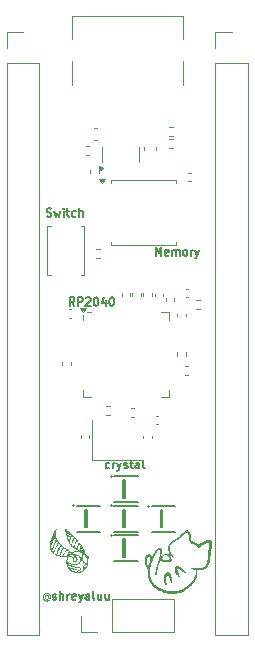
<source format=gbr>
%TF.GenerationSoftware,KiCad,Pcbnew,9.0.3*%
%TF.CreationDate,2025-11-26T12:49:10-06:00*%
%TF.ProjectId,onyx2040,6f6e7978-3230-4343-902e-6b696361645f,rev?*%
%TF.SameCoordinates,Original*%
%TF.FileFunction,Legend,Top*%
%TF.FilePolarity,Positive*%
%FSLAX46Y46*%
G04 Gerber Fmt 4.6, Leading zero omitted, Abs format (unit mm)*
G04 Created by KiCad (PCBNEW 9.0.3) date 2025-11-26 12:49:10*
%MOMM*%
%LPD*%
G01*
G04 APERTURE LIST*
%ADD10C,0.000000*%
%ADD11C,0.150000*%
%ADD12C,0.100000*%
%ADD13C,0.120000*%
%ADD14C,0.250000*%
G04 APERTURE END LIST*
D10*
G36*
X144871036Y-124049354D02*
G01*
X144894339Y-124051899D01*
X144917550Y-124056273D01*
X144929183Y-124059180D01*
X144940869Y-124062585D01*
X144964498Y-124070944D01*
X144988638Y-124081458D01*
X145013492Y-124094235D01*
X145039260Y-124109384D01*
X145066145Y-124127013D01*
X145094348Y-124147231D01*
X145124069Y-124170147D01*
X145155512Y-124195869D01*
X145188877Y-124224506D01*
X145224365Y-124256165D01*
X145262180Y-124290957D01*
X145302521Y-124328988D01*
X145336187Y-124362153D01*
X145367705Y-124394131D01*
X145397038Y-124424854D01*
X145424147Y-124454251D01*
X145448991Y-124482254D01*
X145471534Y-124508791D01*
X145491736Y-124533793D01*
X145509557Y-124557191D01*
X145524961Y-124578914D01*
X145537907Y-124598894D01*
X145548357Y-124617059D01*
X145556273Y-124633341D01*
X145561615Y-124647670D01*
X145564345Y-124659975D01*
X145564718Y-124665347D01*
X145564423Y-124670187D01*
X145563457Y-124674487D01*
X145561812Y-124678237D01*
X145559161Y-124681958D01*
X145556167Y-124685179D01*
X145552828Y-124687898D01*
X145549141Y-124690113D01*
X145545106Y-124691819D01*
X145540721Y-124693016D01*
X145535982Y-124693698D01*
X145530889Y-124693864D01*
X145525440Y-124693511D01*
X145519632Y-124692636D01*
X145513463Y-124691235D01*
X145506932Y-124689307D01*
X145500037Y-124686847D01*
X145492775Y-124683853D01*
X145485146Y-124680323D01*
X145477146Y-124676253D01*
X145468774Y-124671641D01*
X145460028Y-124666482D01*
X145450906Y-124660776D01*
X145441407Y-124654518D01*
X145431527Y-124647706D01*
X145421266Y-124640337D01*
X145399590Y-124623915D01*
X145376364Y-124605230D01*
X145351572Y-124584259D01*
X145325199Y-124560977D01*
X145297229Y-124535363D01*
X145258335Y-124500417D01*
X145219239Y-124467129D01*
X145180236Y-124435671D01*
X145141621Y-124406213D01*
X145103688Y-124378925D01*
X145066732Y-124353978D01*
X145031047Y-124331543D01*
X144996927Y-124311790D01*
X144964668Y-124294889D01*
X144934564Y-124281011D01*
X144906910Y-124270327D01*
X144881999Y-124263007D01*
X144860127Y-124259222D01*
X144850422Y-124258708D01*
X144841588Y-124259142D01*
X144833660Y-124260544D01*
X144826677Y-124262937D01*
X144820673Y-124266342D01*
X144815688Y-124270779D01*
X144814880Y-124272202D01*
X144814437Y-124274469D01*
X144814613Y-124281445D01*
X144816153Y-124291522D01*
X144818995Y-124304514D01*
X144823077Y-124320234D01*
X144828338Y-124338496D01*
X144834715Y-124359115D01*
X144842146Y-124381904D01*
X144859922Y-124433250D01*
X144881172Y-124491045D01*
X144905398Y-124553801D01*
X144932104Y-124620030D01*
X144957842Y-124688226D01*
X144979502Y-124749872D01*
X144997100Y-124804867D01*
X145010652Y-124853111D01*
X145020174Y-124894502D01*
X145025680Y-124928941D01*
X145027186Y-124956325D01*
X145026444Y-124967341D01*
X145024708Y-124976556D01*
X145021980Y-124983956D01*
X145018262Y-124989530D01*
X145013555Y-124993265D01*
X145007862Y-124995149D01*
X145001184Y-124995168D01*
X144993524Y-124993310D01*
X144984884Y-124989563D01*
X144975265Y-124983914D01*
X144953098Y-124966860D01*
X144927040Y-124942046D01*
X144897107Y-124909372D01*
X144863313Y-124868738D01*
X144804592Y-124790635D01*
X144753459Y-124713471D01*
X144709938Y-124637810D01*
X144674053Y-124564219D01*
X144645826Y-124493263D01*
X144625281Y-124425509D01*
X144617896Y-124393009D01*
X144612440Y-124361522D01*
X144608917Y-124331118D01*
X144607328Y-124301868D01*
X144607678Y-124273843D01*
X144609968Y-124247113D01*
X144614201Y-124221749D01*
X144620382Y-124197823D01*
X144628512Y-124175403D01*
X144638594Y-124154563D01*
X144650631Y-124135371D01*
X144664627Y-124117900D01*
X144680584Y-124102219D01*
X144698505Y-124088399D01*
X144718393Y-124076511D01*
X144740250Y-124066626D01*
X144764081Y-124058815D01*
X144789887Y-124053148D01*
X144817671Y-124049696D01*
X144847438Y-124048529D01*
X144871036Y-124049354D01*
G37*
G36*
X147747632Y-122122363D02*
G01*
X147749223Y-122180788D01*
X147749255Y-122242748D01*
X147747737Y-122307561D01*
X147744677Y-122374544D01*
X147740081Y-122443015D01*
X147733959Y-122512292D01*
X147726317Y-122581694D01*
X147717164Y-122650537D01*
X147706507Y-122718140D01*
X147694354Y-122783821D01*
X147671286Y-122928019D01*
X147644745Y-123107936D01*
X147619196Y-123301743D01*
X147608189Y-123397034D01*
X147599104Y-123487613D01*
X147585132Y-123595971D01*
X147566951Y-123696902D01*
X147544445Y-123790548D01*
X147517497Y-123877046D01*
X147485991Y-123956538D01*
X147468492Y-123993699D01*
X147449811Y-124029161D01*
X147429932Y-124062941D01*
X147408841Y-124095056D01*
X147386523Y-124125524D01*
X147362963Y-124154363D01*
X147338149Y-124181589D01*
X147312063Y-124207220D01*
X147284694Y-124231274D01*
X147256024Y-124253767D01*
X147226041Y-124274719D01*
X147194730Y-124294145D01*
X147162075Y-124312063D01*
X147128063Y-124328492D01*
X147092679Y-124343447D01*
X147055909Y-124356947D01*
X147017737Y-124369010D01*
X146978150Y-124379651D01*
X146894670Y-124396743D01*
X146805354Y-124408363D01*
X146535479Y-124434821D01*
X146535479Y-124657071D01*
X146533684Y-124705975D01*
X146528371Y-124756352D01*
X146519652Y-124808062D01*
X146507636Y-124860966D01*
X146492434Y-124914924D01*
X146474157Y-124969796D01*
X146428819Y-125081727D01*
X146372505Y-125195643D01*
X146306098Y-125310426D01*
X146230482Y-125424962D01*
X146146542Y-125538133D01*
X146055160Y-125648824D01*
X145957220Y-125755919D01*
X145853606Y-125858300D01*
X145745202Y-125954852D01*
X145632891Y-126044459D01*
X145517557Y-126126005D01*
X145400083Y-126198372D01*
X145281354Y-126260446D01*
X145231728Y-126282980D01*
X145185474Y-126303048D01*
X145141746Y-126320791D01*
X145099701Y-126336348D01*
X145058493Y-126349859D01*
X145017277Y-126361463D01*
X144975209Y-126371300D01*
X144931443Y-126379509D01*
X144885134Y-126386229D01*
X144835438Y-126391601D01*
X144781510Y-126395763D01*
X144722505Y-126398856D01*
X144657577Y-126401019D01*
X144585882Y-126402391D01*
X144418813Y-126403321D01*
X144241345Y-126402515D01*
X144099411Y-126398856D01*
X144038765Y-126395376D01*
X143983398Y-126390485D01*
X143932107Y-126383950D01*
X143883693Y-126375540D01*
X143836953Y-126365021D01*
X143790686Y-126352161D01*
X143743690Y-126336728D01*
X143694764Y-126318489D01*
X143642706Y-126297211D01*
X143586316Y-126272662D01*
X143455729Y-126212821D01*
X143315929Y-126142212D01*
X143186144Y-126069130D01*
X143066218Y-125993334D01*
X142955998Y-125914586D01*
X142855327Y-125832644D01*
X142808524Y-125790400D01*
X142764051Y-125747268D01*
X142721887Y-125703217D01*
X142682014Y-125658218D01*
X142644413Y-125612240D01*
X142609063Y-125565253D01*
X142575945Y-125517228D01*
X142545041Y-125468134D01*
X142516330Y-125417941D01*
X142489793Y-125366619D01*
X142465412Y-125314139D01*
X142443166Y-125260469D01*
X142423036Y-125205581D01*
X142405003Y-125149444D01*
X142389047Y-125092028D01*
X142375149Y-125033302D01*
X142363290Y-124973238D01*
X142353450Y-124911805D01*
X142339751Y-124784710D01*
X142333896Y-124651779D01*
X142332655Y-124618394D01*
X142513936Y-124618394D01*
X142525058Y-124780102D01*
X142550132Y-124934741D01*
X142589105Y-125081831D01*
X142641922Y-125220889D01*
X142673506Y-125287257D01*
X142708529Y-125351437D01*
X142746987Y-125413369D01*
X142788872Y-125472993D01*
X142834177Y-125530248D01*
X142882896Y-125585076D01*
X142935022Y-125637416D01*
X142990547Y-125687207D01*
X143049466Y-125734390D01*
X143111771Y-125778904D01*
X143194126Y-125832316D01*
X143274769Y-125881503D01*
X143354093Y-125926581D01*
X143432495Y-125967668D01*
X143510371Y-126004879D01*
X143588114Y-126038330D01*
X143666121Y-126068139D01*
X143744787Y-126094420D01*
X143824507Y-126117291D01*
X143905676Y-126136867D01*
X143988690Y-126153265D01*
X144073945Y-126166602D01*
X144161835Y-126176992D01*
X144252756Y-126184554D01*
X144347103Y-126189402D01*
X144445271Y-126191654D01*
X144587867Y-126190714D01*
X144705968Y-126187107D01*
X144757636Y-126183935D01*
X144805342Y-126179655D01*
X144849808Y-126174119D01*
X144891755Y-126167180D01*
X144931904Y-126158691D01*
X144970975Y-126148504D01*
X145009690Y-126136473D01*
X145048769Y-126122449D01*
X145088933Y-126106286D01*
X145130903Y-126087836D01*
X145223146Y-126043487D01*
X145331218Y-125986284D01*
X145436848Y-125922213D01*
X145539580Y-125851848D01*
X145638955Y-125775762D01*
X145734516Y-125694529D01*
X145825807Y-125608723D01*
X145912369Y-125518917D01*
X145993745Y-125425685D01*
X146069478Y-125329601D01*
X146139111Y-125231237D01*
X146202186Y-125131168D01*
X146258245Y-125029968D01*
X146306833Y-124928209D01*
X146347491Y-124826466D01*
X146379761Y-124725312D01*
X146403187Y-124625321D01*
X146409648Y-124591772D01*
X146414939Y-124562317D01*
X146418756Y-124536582D01*
X146420018Y-124524994D01*
X146420799Y-124514196D01*
X146421060Y-124504142D01*
X146420764Y-124494786D01*
X146419873Y-124486081D01*
X146418349Y-124477981D01*
X146416155Y-124470439D01*
X146413253Y-124463409D01*
X146409604Y-124456843D01*
X146405172Y-124450696D01*
X146399918Y-124444921D01*
X146393804Y-124439472D01*
X146386794Y-124434302D01*
X146378848Y-124429364D01*
X146369929Y-124424612D01*
X146360000Y-124420000D01*
X146349023Y-124415481D01*
X146336959Y-124411009D01*
X146309422Y-124402017D01*
X146277087Y-124392653D01*
X146196812Y-124371321D01*
X146129132Y-124353791D01*
X146072830Y-124336998D01*
X146027753Y-124321057D01*
X146009375Y-124313442D01*
X145993745Y-124306085D01*
X145980843Y-124298999D01*
X145970651Y-124292198D01*
X145963148Y-124285698D01*
X145958316Y-124279513D01*
X145956134Y-124273657D01*
X145956584Y-124268145D01*
X145959647Y-124262992D01*
X145965302Y-124258212D01*
X145973531Y-124253819D01*
X145984314Y-124249829D01*
X145997632Y-124246255D01*
X146013465Y-124243112D01*
X146052599Y-124238178D01*
X146101563Y-124235143D01*
X146160200Y-124234124D01*
X146228356Y-124235236D01*
X146305876Y-124238596D01*
X146392604Y-124244321D01*
X146518246Y-124250468D01*
X146633509Y-124250832D01*
X146738804Y-124245088D01*
X146787841Y-124239824D01*
X146834541Y-124232911D01*
X146878954Y-124224308D01*
X146921131Y-124213974D01*
X146961125Y-124201869D01*
X146998986Y-124187952D01*
X147034765Y-124172183D01*
X147068515Y-124154520D01*
X147100286Y-124134924D01*
X147130130Y-124113352D01*
X147158098Y-124089766D01*
X147184242Y-124064123D01*
X147208612Y-124036383D01*
X147231261Y-124006506D01*
X147252239Y-123974451D01*
X147271598Y-123940177D01*
X147289390Y-123903643D01*
X147305665Y-123864809D01*
X147320475Y-123823635D01*
X147333871Y-123780078D01*
X147356628Y-123685658D01*
X147374346Y-123581222D01*
X147387437Y-123466446D01*
X147404718Y-123291573D01*
X147430432Y-123071556D01*
X147461107Y-122834671D01*
X147493271Y-122609196D01*
X147506149Y-122504386D01*
X147516918Y-122405715D01*
X147525455Y-122315354D01*
X147531635Y-122235472D01*
X147535335Y-122168241D01*
X147536431Y-122115831D01*
X147534798Y-122080412D01*
X147532919Y-122069752D01*
X147530312Y-122064155D01*
X147525574Y-122061447D01*
X147518387Y-122060230D01*
X147508876Y-122060443D01*
X147497167Y-122062025D01*
X147467653Y-122069061D01*
X147430846Y-122080856D01*
X147387744Y-122096930D01*
X147339347Y-122116802D01*
X147286657Y-122139992D01*
X147230672Y-122166019D01*
X147172392Y-122194402D01*
X147112819Y-122224661D01*
X147052950Y-122256316D01*
X146993787Y-122288885D01*
X146936329Y-122321888D01*
X146881577Y-122354845D01*
X146830530Y-122387274D01*
X146784188Y-122418696D01*
X146641313Y-122524529D01*
X146461396Y-122365779D01*
X146441708Y-122348989D01*
X146420478Y-122332407D01*
X146397900Y-122316120D01*
X146374166Y-122300212D01*
X146349471Y-122284770D01*
X146324009Y-122269878D01*
X146297973Y-122255622D01*
X146271557Y-122242087D01*
X146244956Y-122229358D01*
X146218362Y-122217520D01*
X146191969Y-122206659D01*
X146165972Y-122196860D01*
X146140564Y-122188208D01*
X146115939Y-122180788D01*
X146092290Y-122174687D01*
X146069812Y-122169988D01*
X145863437Y-122138238D01*
X145831688Y-121773113D01*
X145825246Y-121707277D01*
X145817859Y-121644790D01*
X145809573Y-121585775D01*
X145800434Y-121530358D01*
X145790489Y-121478661D01*
X145779784Y-121430808D01*
X145768366Y-121386925D01*
X145756281Y-121347134D01*
X145743577Y-121311560D01*
X145730298Y-121280326D01*
X145716493Y-121253558D01*
X145702207Y-121231379D01*
X145687487Y-121213912D01*
X145672379Y-121201282D01*
X145656931Y-121193613D01*
X145649093Y-121191678D01*
X145641187Y-121191030D01*
X145638261Y-121191475D01*
X145634461Y-121192798D01*
X145624331Y-121197985D01*
X145610992Y-121206412D01*
X145594637Y-121217901D01*
X145575462Y-121232274D01*
X145553658Y-121249352D01*
X145502943Y-121290910D01*
X145444042Y-121341150D01*
X145378506Y-121398645D01*
X145307885Y-121461969D01*
X145233729Y-121529696D01*
X145157672Y-121597930D01*
X145081677Y-121662815D01*
X145007790Y-121722987D01*
X144938057Y-121777082D01*
X144874527Y-121823735D01*
X144819243Y-121861583D01*
X144774254Y-121889261D01*
X144756258Y-121898860D01*
X144741604Y-121905405D01*
X144727804Y-121910284D01*
X144712314Y-121916908D01*
X144695305Y-121925159D01*
X144676947Y-121934922D01*
X144657410Y-121946080D01*
X144636866Y-121958518D01*
X144615485Y-121972117D01*
X144593438Y-121986764D01*
X144570894Y-122002340D01*
X144548024Y-122018731D01*
X144525000Y-122035819D01*
X144501991Y-122053488D01*
X144479168Y-122071623D01*
X144456702Y-122090106D01*
X144434763Y-122108822D01*
X144413521Y-122127654D01*
X144380682Y-122157992D01*
X144351478Y-122185811D01*
X144325701Y-122211568D01*
X144303140Y-122235720D01*
X144283587Y-122258725D01*
X144274873Y-122269941D01*
X144266832Y-122281041D01*
X144259439Y-122292082D01*
X144252667Y-122303123D01*
X144246489Y-122314220D01*
X144240880Y-122325431D01*
X144235814Y-122336811D01*
X144231265Y-122348420D01*
X144227205Y-122360314D01*
X144223610Y-122372549D01*
X144220453Y-122385184D01*
X144217707Y-122398275D01*
X144215348Y-122411880D01*
X144213347Y-122426055D01*
X144210320Y-122456346D01*
X144208417Y-122489607D01*
X144207429Y-122526293D01*
X144207146Y-122566863D01*
X144207598Y-122603560D01*
X144209027Y-122638435D01*
X144211541Y-122671775D01*
X144215249Y-122703867D01*
X144220259Y-122734999D01*
X144226680Y-122765455D01*
X144234620Y-122795525D01*
X144244188Y-122825493D01*
X144255492Y-122855648D01*
X144268641Y-122886275D01*
X144283743Y-122917662D01*
X144300908Y-122950095D01*
X144320242Y-122983862D01*
X144341856Y-123019249D01*
X144365857Y-123056542D01*
X144392354Y-123096030D01*
X144427702Y-123149795D01*
X144458345Y-123199723D01*
X144484290Y-123245451D01*
X144505546Y-123286612D01*
X144522120Y-123322844D01*
X144534020Y-123353781D01*
X144541253Y-123379060D01*
X144543123Y-123389464D01*
X144543828Y-123398316D01*
X144543371Y-123405572D01*
X144541752Y-123411185D01*
X144538972Y-123415110D01*
X144535033Y-123417302D01*
X144529934Y-123417715D01*
X144523678Y-123416303D01*
X144516265Y-123413022D01*
X144507696Y-123407824D01*
X144487094Y-123391501D01*
X144461880Y-123366969D01*
X144432061Y-123333864D01*
X144397646Y-123291821D01*
X144382879Y-123274055D01*
X144368371Y-123257465D01*
X144340306Y-123227815D01*
X144313791Y-123202861D01*
X144301221Y-123192144D01*
X144289167Y-123182598D01*
X144277671Y-123174222D01*
X144266775Y-123167016D01*
X144256523Y-123160979D01*
X144246957Y-123156108D01*
X144238120Y-123152405D01*
X144230054Y-123149867D01*
X144222802Y-123148494D01*
X144216406Y-123148285D01*
X144210910Y-123149238D01*
X144206355Y-123151353D01*
X144202785Y-123154629D01*
X144200242Y-123159064D01*
X144198768Y-123164659D01*
X144198407Y-123171411D01*
X144199201Y-123179320D01*
X144201193Y-123188386D01*
X144204424Y-123198606D01*
X144208939Y-123209980D01*
X144214779Y-123222507D01*
X144221987Y-123236186D01*
X144230606Y-123251017D01*
X144240679Y-123266997D01*
X144252247Y-123284127D01*
X144265354Y-123302405D01*
X144286214Y-123332334D01*
X144304176Y-123361573D01*
X144319290Y-123390081D01*
X144331603Y-123417819D01*
X144341165Y-123444746D01*
X144348024Y-123470824D01*
X144349691Y-123480814D01*
X144352227Y-123496013D01*
X144353824Y-123520272D01*
X144352863Y-123543563D01*
X144349393Y-123565844D01*
X144343462Y-123587078D01*
X144335117Y-123607223D01*
X144324409Y-123626240D01*
X144311385Y-123644090D01*
X144296094Y-123660733D01*
X144278584Y-123676128D01*
X144258903Y-123690237D01*
X144237100Y-123703019D01*
X144213224Y-123714436D01*
X144187323Y-123724446D01*
X144159445Y-123733010D01*
X144129639Y-123740090D01*
X144097953Y-123745644D01*
X144064436Y-123749633D01*
X144029137Y-123752018D01*
X143992102Y-123752758D01*
X143953382Y-123751814D01*
X143913025Y-123749147D01*
X143871078Y-123744716D01*
X143827591Y-123738482D01*
X143782611Y-123730405D01*
X143736188Y-123720446D01*
X143616960Y-123694814D01*
X143512615Y-123674144D01*
X143392229Y-123651655D01*
X143385793Y-123653953D01*
X143378437Y-123660681D01*
X143361265Y-123686412D01*
X143341302Y-123726824D01*
X143319138Y-123779895D01*
X143295362Y-123843600D01*
X143270563Y-123915917D01*
X143220250Y-124078295D01*
X143172915Y-124250843D01*
X143151836Y-124335872D01*
X143133269Y-124417375D01*
X143117802Y-124493328D01*
X143106025Y-124561707D01*
X143098526Y-124620490D01*
X143095896Y-124667654D01*
X143095652Y-124685312D01*
X143094935Y-124702505D01*
X143093768Y-124719139D01*
X143092175Y-124735123D01*
X143090179Y-124750362D01*
X143087804Y-124764765D01*
X143085071Y-124778237D01*
X143082005Y-124790686D01*
X143078630Y-124802018D01*
X143074967Y-124812142D01*
X143071041Y-124820963D01*
X143066874Y-124828389D01*
X143062491Y-124834326D01*
X143057914Y-124838683D01*
X143055560Y-124840239D01*
X143053166Y-124841365D01*
X143050735Y-124842049D01*
X143048271Y-124842280D01*
X143035886Y-124841416D01*
X143024536Y-124838780D01*
X143014232Y-124834305D01*
X143004987Y-124827924D01*
X142996811Y-124819570D01*
X142989716Y-124809177D01*
X142983715Y-124796677D01*
X142978818Y-124782004D01*
X142975037Y-124765091D01*
X142972384Y-124745871D01*
X142970871Y-124724276D01*
X142970508Y-124700242D01*
X142971309Y-124673699D01*
X142973283Y-124644582D01*
X142976444Y-124612824D01*
X142980802Y-124578358D01*
X142986370Y-124541116D01*
X142993158Y-124501033D01*
X143001179Y-124458041D01*
X143010444Y-124412073D01*
X143032753Y-124310944D01*
X143060177Y-124197109D01*
X143092811Y-124070036D01*
X143130747Y-123929188D01*
X143174078Y-123774031D01*
X143222896Y-123604029D01*
X143247568Y-123516831D01*
X143265789Y-123446406D01*
X143554129Y-123446406D01*
X143554783Y-123455201D01*
X143556367Y-123463252D01*
X143557512Y-123466979D01*
X143558896Y-123470497D01*
X143560520Y-123473798D01*
X143562387Y-123476874D01*
X143564498Y-123479718D01*
X143566854Y-123482321D01*
X143574623Y-123488584D01*
X143584913Y-123494473D01*
X143612350Y-123505121D01*
X143647756Y-123514249D01*
X143689720Y-123521843D01*
X143736831Y-123527887D01*
X143787678Y-123532364D01*
X143840850Y-123535261D01*
X143894938Y-123536561D01*
X143948529Y-123536248D01*
X144000213Y-123534307D01*
X144048579Y-123530724D01*
X144092218Y-123525481D01*
X144129716Y-123518564D01*
X144159666Y-123509958D01*
X144171368Y-123505016D01*
X144180654Y-123499646D01*
X144187347Y-123493845D01*
X144191271Y-123487613D01*
X144192048Y-123484422D01*
X144192400Y-123480814D01*
X144192338Y-123476804D01*
X144191870Y-123472410D01*
X144191008Y-123467647D01*
X144189759Y-123462533D01*
X144186145Y-123451315D01*
X144181104Y-123438888D01*
X144174714Y-123425384D01*
X144167053Y-123410934D01*
X144158198Y-123395670D01*
X144148227Y-123379724D01*
X144137217Y-123363227D01*
X144125247Y-123346312D01*
X144112392Y-123329111D01*
X144098731Y-123311754D01*
X144084342Y-123294374D01*
X144069302Y-123277102D01*
X144053688Y-123260071D01*
X144029904Y-123234754D01*
X144008026Y-123212312D01*
X143987855Y-123192645D01*
X143969186Y-123175653D01*
X143951821Y-123161234D01*
X143935555Y-123149287D01*
X143927773Y-123144210D01*
X143920189Y-123139713D01*
X143912781Y-123135784D01*
X143905521Y-123132410D01*
X143898385Y-123129578D01*
X143891349Y-123127277D01*
X143884386Y-123125493D01*
X143877471Y-123124214D01*
X143870580Y-123123427D01*
X143863686Y-123123120D01*
X143856766Y-123123279D01*
X143849793Y-123123893D01*
X143842743Y-123124949D01*
X143835590Y-123126435D01*
X143820875Y-123130642D01*
X143805447Y-123136416D01*
X143789104Y-123143655D01*
X143777897Y-123150150D01*
X143766170Y-123157669D01*
X143754025Y-123166118D01*
X143741562Y-123175405D01*
X143728882Y-123185435D01*
X143716086Y-123196116D01*
X143703274Y-123207356D01*
X143690547Y-123219061D01*
X143678007Y-123231138D01*
X143665753Y-123243493D01*
X143653887Y-123256035D01*
X143642509Y-123268670D01*
X143631720Y-123281305D01*
X143621621Y-123293847D01*
X143612313Y-123306202D01*
X143603896Y-123318279D01*
X143595341Y-123331167D01*
X143587545Y-123343994D01*
X143580525Y-123356696D01*
X143574296Y-123369212D01*
X143568872Y-123381480D01*
X143564270Y-123393438D01*
X143560506Y-123405023D01*
X143557594Y-123416175D01*
X143555550Y-123426831D01*
X143554390Y-123436928D01*
X143554129Y-123446406D01*
X143265789Y-123446406D01*
X143269953Y-123430314D01*
X143289997Y-123345161D01*
X143307646Y-123262055D01*
X143322845Y-123181678D01*
X143335540Y-123104711D01*
X143345678Y-123031837D01*
X143353203Y-122963738D01*
X143358062Y-122901096D01*
X143360200Y-122844593D01*
X143359563Y-122794911D01*
X143356097Y-122752733D01*
X143349747Y-122718740D01*
X143340460Y-122693615D01*
X143334697Y-122684591D01*
X143328180Y-122678039D01*
X143320901Y-122674046D01*
X143312854Y-122672696D01*
X143304489Y-122673602D01*
X143295296Y-122676286D01*
X143285314Y-122680697D01*
X143274583Y-122686783D01*
X143263142Y-122694493D01*
X143251033Y-122703776D01*
X143238293Y-122714579D01*
X143224963Y-122726853D01*
X143196692Y-122755605D01*
X143166538Y-122789619D01*
X143134817Y-122828486D01*
X143101849Y-122871795D01*
X143067951Y-122919135D01*
X143033440Y-122970094D01*
X142998635Y-123024263D01*
X142963853Y-123081229D01*
X142929411Y-123140584D01*
X142895629Y-123201915D01*
X142862824Y-123264811D01*
X142831313Y-123328863D01*
X142753065Y-123504555D01*
X142743247Y-123526600D01*
X142669514Y-123720632D01*
X142610059Y-123910479D01*
X142564828Y-124095658D01*
X142533766Y-124275691D01*
X142516820Y-124450097D01*
X142513936Y-124618394D01*
X142332655Y-124618394D01*
X142330682Y-124565283D01*
X142325049Y-124484678D01*
X142317060Y-124410399D01*
X142306777Y-124342878D01*
X142300794Y-124311788D01*
X142294261Y-124282551D01*
X142287185Y-124255221D01*
X142279574Y-124229851D01*
X142271436Y-124206498D01*
X142262779Y-124185213D01*
X142253610Y-124166053D01*
X142243938Y-124149071D01*
X142201955Y-124081218D01*
X142165297Y-124012800D01*
X142133956Y-123944118D01*
X142107926Y-123875475D01*
X142087197Y-123807173D01*
X142071762Y-123739515D01*
X142061614Y-123672802D01*
X142059254Y-123641071D01*
X142275688Y-123641071D01*
X142276639Y-123699114D01*
X142279326Y-123757157D01*
X142283501Y-123813712D01*
X142288917Y-123867290D01*
X142295325Y-123916403D01*
X142302477Y-123959563D01*
X142310125Y-123995282D01*
X142314058Y-124009886D01*
X142318021Y-124022071D01*
X142325731Y-124037024D01*
X142333937Y-124047312D01*
X142342578Y-124053171D01*
X142351590Y-124054834D01*
X142360912Y-124052536D01*
X142370483Y-124046511D01*
X142380239Y-124036995D01*
X142390120Y-124024221D01*
X142400062Y-124008424D01*
X142410005Y-123989838D01*
X142429642Y-123945239D01*
X142448535Y-123892299D01*
X142466188Y-123832894D01*
X142482104Y-123768900D01*
X142495788Y-123702194D01*
X142506743Y-123634650D01*
X142514474Y-123568145D01*
X142518484Y-123504555D01*
X142518278Y-123445755D01*
X142516438Y-123418737D01*
X142513358Y-123393621D01*
X142508976Y-123370640D01*
X142503230Y-123350029D01*
X142493777Y-123324838D01*
X142485153Y-123302787D01*
X142477196Y-123283789D01*
X142469743Y-123267760D01*
X142462631Y-123254615D01*
X142459152Y-123249097D01*
X142455697Y-123244268D01*
X142452247Y-123240118D01*
X142448779Y-123236635D01*
X142445275Y-123233808D01*
X142441714Y-123231628D01*
X142438075Y-123230084D01*
X142434338Y-123229165D01*
X142430483Y-123228860D01*
X142426490Y-123229158D01*
X142422338Y-123230050D01*
X142418006Y-123231524D01*
X142413475Y-123233569D01*
X142408724Y-123236176D01*
X142403732Y-123239333D01*
X142398480Y-123243030D01*
X142387113Y-123251999D01*
X142374458Y-123263000D01*
X142360355Y-123275946D01*
X142354990Y-123281589D01*
X142349811Y-123287604D01*
X142344816Y-123293992D01*
X142340004Y-123300751D01*
X142330926Y-123315386D01*
X142322569Y-123331509D01*
X142314924Y-123349120D01*
X142307986Y-123368220D01*
X142301744Y-123388807D01*
X142296193Y-123410884D01*
X142291324Y-123434448D01*
X142287129Y-123459501D01*
X142283601Y-123486042D01*
X142280731Y-123514071D01*
X142278513Y-123543589D01*
X142276938Y-123574594D01*
X142275999Y-123607089D01*
X142275688Y-123641071D01*
X142059254Y-123641071D01*
X142056745Y-123607337D01*
X142057147Y-123543422D01*
X142062812Y-123481360D01*
X142073732Y-123421453D01*
X142089901Y-123364003D01*
X142111309Y-123309312D01*
X142123976Y-123283096D01*
X142137949Y-123257684D01*
X142153229Y-123233112D01*
X142169814Y-123209419D01*
X142187704Y-123186643D01*
X142206896Y-123164821D01*
X142221220Y-123150419D01*
X142235416Y-123136979D01*
X142249481Y-123124502D01*
X142263410Y-123112989D01*
X142277199Y-123102442D01*
X142290845Y-123092860D01*
X142304343Y-123084246D01*
X142317690Y-123076599D01*
X142330883Y-123069921D01*
X142343916Y-123064213D01*
X142356787Y-123059477D01*
X142369491Y-123055711D01*
X142382024Y-123052919D01*
X142394383Y-123051101D01*
X142406564Y-123050257D01*
X142418563Y-123050389D01*
X142430375Y-123051497D01*
X142441998Y-123053584D01*
X142453427Y-123056649D01*
X142464658Y-123060693D01*
X142475688Y-123065718D01*
X142486512Y-123071725D01*
X142497127Y-123078714D01*
X142507529Y-123086686D01*
X142517713Y-123095643D01*
X142527677Y-123105586D01*
X142537416Y-123116514D01*
X142546927Y-123128430D01*
X142556205Y-123141335D01*
X142565246Y-123155229D01*
X142574047Y-123170112D01*
X142582604Y-123185988D01*
X142661979Y-123328863D01*
X142773105Y-123106613D01*
X142806573Y-123043830D01*
X142840431Y-122984485D01*
X142874572Y-122928602D01*
X142908890Y-122876208D01*
X142943277Y-122827330D01*
X142977627Y-122781993D01*
X143011834Y-122740224D01*
X143045791Y-122702048D01*
X143079391Y-122667493D01*
X143112528Y-122636583D01*
X143145096Y-122609346D01*
X143176987Y-122585807D01*
X143208095Y-122565993D01*
X143238314Y-122549930D01*
X143267536Y-122537643D01*
X143295656Y-122529160D01*
X143322567Y-122524505D01*
X143348162Y-122523706D01*
X143372335Y-122526789D01*
X143394978Y-122533780D01*
X143415986Y-122544704D01*
X143435252Y-122559588D01*
X143452670Y-122578459D01*
X143468132Y-122601341D01*
X143481532Y-122628263D01*
X143492763Y-122659249D01*
X143501720Y-122694326D01*
X143508294Y-122733519D01*
X143512381Y-122776856D01*
X143513873Y-122824363D01*
X143512663Y-122876064D01*
X143508646Y-122931988D01*
X143482187Y-123191279D01*
X143667396Y-123096030D01*
X143690153Y-123083688D01*
X143712778Y-123072455D01*
X143735264Y-123062322D01*
X143757602Y-123053283D01*
X143779786Y-123045328D01*
X143801806Y-123038452D01*
X143823656Y-123032644D01*
X143845328Y-123027899D01*
X143866814Y-123024208D01*
X143888106Y-123021564D01*
X143909196Y-123019958D01*
X143930078Y-123019383D01*
X143950742Y-123019831D01*
X143971181Y-123021295D01*
X143991388Y-123023766D01*
X144011354Y-123027238D01*
X144037545Y-123032679D01*
X144060643Y-123037036D01*
X144080780Y-123040214D01*
X144098088Y-123042120D01*
X144105722Y-123042568D01*
X144112698Y-123042663D01*
X144119033Y-123042394D01*
X144124743Y-123041748D01*
X144129844Y-123040716D01*
X144134353Y-123039283D01*
X144138287Y-123037441D01*
X144141662Y-123035175D01*
X144144494Y-123032476D01*
X144146799Y-123029331D01*
X144148596Y-123025728D01*
X144149899Y-123021657D01*
X144150725Y-123017105D01*
X144151091Y-123012060D01*
X144151014Y-123006512D01*
X144150509Y-123000449D01*
X144148283Y-122986729D01*
X144144545Y-122970807D01*
X144139428Y-122952591D01*
X144133063Y-122931988D01*
X144111869Y-122852078D01*
X144093985Y-122778633D01*
X144079496Y-122711048D01*
X144068488Y-122648718D01*
X144061045Y-122591040D01*
X144057253Y-122537407D01*
X144057198Y-122487216D01*
X144060964Y-122439863D01*
X144068636Y-122394741D01*
X144080301Y-122351248D01*
X144096043Y-122308778D01*
X144115947Y-122266726D01*
X144140100Y-122224488D01*
X144168585Y-122181460D01*
X144201489Y-122137036D01*
X144238896Y-122090613D01*
X144254681Y-122073396D01*
X144272155Y-122055566D01*
X144291149Y-122037256D01*
X144311491Y-122018596D01*
X144333012Y-121999720D01*
X144355540Y-121980759D01*
X144378906Y-121961844D01*
X144402938Y-121943108D01*
X144427466Y-121924681D01*
X144452320Y-121906696D01*
X144477328Y-121889285D01*
X144502322Y-121872580D01*
X144527129Y-121856711D01*
X144551580Y-121841811D01*
X144575503Y-121828012D01*
X144598729Y-121815446D01*
X144622183Y-121802896D01*
X144648690Y-121787231D01*
X144677957Y-121768681D01*
X144709689Y-121747481D01*
X144779369Y-121698058D01*
X144855375Y-121640821D01*
X144935349Y-121577631D01*
X145016936Y-121510349D01*
X145097779Y-121440833D01*
X145175521Y-121370946D01*
X145255286Y-121296329D01*
X145328214Y-121231162D01*
X145394787Y-121175342D01*
X145455483Y-121128770D01*
X145483778Y-121108920D01*
X145510785Y-121091344D01*
X145536563Y-121076030D01*
X145561172Y-121062965D01*
X145584673Y-121052136D01*
X145607125Y-121043531D01*
X145628589Y-121037137D01*
X145649125Y-121032941D01*
X145668793Y-121030931D01*
X145687653Y-121031095D01*
X145705764Y-121033419D01*
X145723188Y-121037892D01*
X145739984Y-121044500D01*
X145756212Y-121053230D01*
X145771932Y-121064072D01*
X145787205Y-121077011D01*
X145802090Y-121092035D01*
X145816647Y-121109131D01*
X145830937Y-121128288D01*
X145845020Y-121149492D01*
X145872804Y-121197992D01*
X145900479Y-121254529D01*
X145911260Y-121279295D01*
X145921739Y-121305813D01*
X145931861Y-121333850D01*
X145941572Y-121363174D01*
X145950818Y-121393552D01*
X145959545Y-121424752D01*
X145967699Y-121456540D01*
X145975224Y-121488686D01*
X145982067Y-121520955D01*
X145988174Y-121553116D01*
X145993490Y-121584936D01*
X145997962Y-121616182D01*
X146001534Y-121646622D01*
X146004153Y-121676023D01*
X146005764Y-121704153D01*
X146006313Y-121730779D01*
X146007160Y-121802465D01*
X146008336Y-121832820D01*
X146010116Y-121859764D01*
X146012578Y-121883483D01*
X146015800Y-121904164D01*
X146019860Y-121921993D01*
X146024833Y-121937155D01*
X146030799Y-121949836D01*
X146034179Y-121955305D01*
X146037835Y-121960223D01*
X146041778Y-121964614D01*
X146046018Y-121968501D01*
X146050564Y-121971908D01*
X146055426Y-121974858D01*
X146060613Y-121977373D01*
X146066136Y-121979478D01*
X146078225Y-121982547D01*
X146091772Y-121984253D01*
X146106854Y-121984780D01*
X146117865Y-121985450D01*
X146130946Y-121987415D01*
X146145933Y-121990605D01*
X146162665Y-121994950D01*
X146180978Y-122000379D01*
X146200709Y-122006825D01*
X146221696Y-122014216D01*
X146243776Y-122022483D01*
X146290564Y-122041365D01*
X146339770Y-122062914D01*
X146390093Y-122086572D01*
X146440229Y-122111780D01*
X146673062Y-122233488D01*
X146985271Y-122053571D01*
X147051896Y-122015567D01*
X147116684Y-121980966D01*
X147179410Y-121949822D01*
X147239850Y-121922189D01*
X147297778Y-121898122D01*
X147352969Y-121877675D01*
X147405200Y-121860902D01*
X147454245Y-121847858D01*
X147499879Y-121838596D01*
X147541878Y-121833171D01*
X147580016Y-121831638D01*
X147614070Y-121834050D01*
X147643813Y-121840461D01*
X147656999Y-121845184D01*
X147669022Y-121850927D01*
X147679856Y-121857697D01*
X147689472Y-121865501D01*
X147697842Y-121874346D01*
X147704937Y-121884238D01*
X147710689Y-121894688D01*
X147716039Y-121907130D01*
X147725536Y-121937651D01*
X147733436Y-121975116D01*
X147739747Y-122018845D01*
X147744476Y-122068154D01*
X147747252Y-122115831D01*
X147747632Y-122122363D01*
G37*
G36*
X135381682Y-120906441D02*
G01*
X135397651Y-120917004D01*
X135449504Y-120955868D01*
X135522068Y-121013542D01*
X135608336Y-121084218D01*
X135701302Y-121162088D01*
X135793958Y-121241342D01*
X135879296Y-121316173D01*
X135950310Y-121380772D01*
X136067220Y-121492241D01*
X136175179Y-121599825D01*
X136275159Y-121704597D01*
X136368131Y-121807633D01*
X136455068Y-121910008D01*
X136536941Y-122012795D01*
X136614721Y-122117071D01*
X136689379Y-122223911D01*
X136725863Y-122278893D01*
X136760566Y-122333368D01*
X136793486Y-122387327D01*
X136824620Y-122440759D01*
X136853967Y-122493653D01*
X136881523Y-122546000D01*
X136907286Y-122597788D01*
X136931253Y-122649008D01*
X136953422Y-122699649D01*
X136973789Y-122749701D01*
X136992354Y-122799154D01*
X137009112Y-122847997D01*
X137024062Y-122896219D01*
X137037200Y-122943812D01*
X137048525Y-122990763D01*
X137058033Y-123037064D01*
X137079199Y-123151716D01*
X137149755Y-123162300D01*
X137167315Y-123164807D01*
X137183661Y-123167726D01*
X137198860Y-123171094D01*
X137212979Y-123174950D01*
X137219654Y-123177074D01*
X137226085Y-123179334D01*
X137232279Y-123181735D01*
X137238245Y-123184283D01*
X137243992Y-123186982D01*
X137249527Y-123189837D01*
X137254860Y-123192853D01*
X137259998Y-123196034D01*
X137264950Y-123199386D01*
X137269724Y-123202913D01*
X137274329Y-123206621D01*
X137278773Y-123210514D01*
X137283065Y-123214596D01*
X137287213Y-123218874D01*
X137291225Y-123223351D01*
X137295110Y-123228032D01*
X137298876Y-123232923D01*
X137302532Y-123238028D01*
X137306085Y-123243351D01*
X137309545Y-123248899D01*
X137316217Y-123260685D01*
X137322616Y-123273425D01*
X137329396Y-123288553D01*
X137335187Y-123303500D01*
X137339991Y-123318251D01*
X137343810Y-123332791D01*
X137346647Y-123347102D01*
X137348506Y-123361171D01*
X137349387Y-123374982D01*
X137349295Y-123388519D01*
X137348231Y-123401766D01*
X137346197Y-123414708D01*
X137343198Y-123427330D01*
X137339235Y-123439616D01*
X137334311Y-123451551D01*
X137328428Y-123463118D01*
X137321589Y-123474304D01*
X137313796Y-123485091D01*
X137308147Y-123492651D01*
X137303082Y-123500257D01*
X137298565Y-123508121D01*
X137294559Y-123516456D01*
X137291029Y-123525472D01*
X137287938Y-123535383D01*
X137285249Y-123546399D01*
X137282928Y-123558734D01*
X137280938Y-123572598D01*
X137279242Y-123588203D01*
X137276589Y-123625486D01*
X137274681Y-123672277D01*
X137273227Y-123730272D01*
X137272131Y-123783967D01*
X137271235Y-123808151D01*
X137270085Y-123830758D01*
X137268666Y-123851940D01*
X137266964Y-123871845D01*
X137264961Y-123890623D01*
X137262644Y-123908425D01*
X137259995Y-123925400D01*
X137257001Y-123941697D01*
X137253644Y-123957468D01*
X137249910Y-123972862D01*
X137245784Y-123988028D01*
X137241249Y-124003117D01*
X137236291Y-124018278D01*
X137230893Y-124033661D01*
X137209909Y-124085177D01*
X137186049Y-124135150D01*
X137159413Y-124183485D01*
X137130104Y-124230087D01*
X137098221Y-124274859D01*
X137063865Y-124317706D01*
X137027137Y-124358532D01*
X136988138Y-124397243D01*
X136946969Y-124433741D01*
X136903730Y-124467932D01*
X136858522Y-124499721D01*
X136811446Y-124529011D01*
X136762603Y-124555706D01*
X136712093Y-124579712D01*
X136660018Y-124600933D01*
X136606477Y-124619272D01*
X136579001Y-124626963D01*
X136549061Y-124633504D01*
X136517002Y-124638903D01*
X136483170Y-124643167D01*
X136447912Y-124646305D01*
X136411574Y-124648325D01*
X136374502Y-124649233D01*
X136337043Y-124649038D01*
X136299542Y-124647747D01*
X136262346Y-124645369D01*
X136225802Y-124641910D01*
X136190254Y-124637380D01*
X136156050Y-124631784D01*
X136123536Y-124625132D01*
X136093059Y-124617431D01*
X136064963Y-124608689D01*
X136010535Y-124587954D01*
X135957786Y-124564185D01*
X135906825Y-124537492D01*
X135857761Y-124507982D01*
X135810702Y-124475764D01*
X135765756Y-124440947D01*
X135723033Y-124403639D01*
X135682640Y-124363949D01*
X135644686Y-124321985D01*
X135609280Y-124277856D01*
X135576530Y-124231670D01*
X135546545Y-124183536D01*
X135519433Y-124133563D01*
X135495303Y-124081858D01*
X135474263Y-124028530D01*
X135456421Y-123973689D01*
X135447364Y-123938729D01*
X135445886Y-123931355D01*
X135530505Y-123931355D01*
X135542852Y-123973689D01*
X135547625Y-123988050D01*
X135552674Y-124002011D01*
X135557987Y-124015543D01*
X135563550Y-124028617D01*
X135569351Y-124041206D01*
X135575377Y-124053281D01*
X135581615Y-124064813D01*
X135588052Y-124075774D01*
X135594674Y-124086135D01*
X135601470Y-124095869D01*
X135608426Y-124104946D01*
X135615530Y-124113339D01*
X135622767Y-124121019D01*
X135630126Y-124127957D01*
X135637594Y-124134125D01*
X135641365Y-124136911D01*
X135645157Y-124139494D01*
X135660471Y-124148639D01*
X135679116Y-124158163D01*
X135700825Y-124167992D01*
X135725332Y-124178052D01*
X135781676Y-124198560D01*
X135846020Y-124219090D01*
X135916235Y-124239040D01*
X135990191Y-124257813D01*
X136065759Y-124274807D01*
X136140810Y-124289425D01*
X136176401Y-124295571D01*
X136208499Y-124301469D01*
X136223271Y-124304338D01*
X136237207Y-124307160D01*
X136250322Y-124309941D01*
X136262629Y-124312686D01*
X136274139Y-124315400D01*
X136284867Y-124318088D01*
X136294824Y-124320755D01*
X136304025Y-124323407D01*
X136312481Y-124326049D01*
X136320207Y-124328685D01*
X136327214Y-124331321D01*
X136333515Y-124333963D01*
X136339124Y-124336615D01*
X136344054Y-124339282D01*
X136348316Y-124341970D01*
X136351926Y-124344684D01*
X136354894Y-124347429D01*
X136356142Y-124348815D01*
X136357235Y-124350210D01*
X136358173Y-124351616D01*
X136358960Y-124353032D01*
X136359596Y-124354461D01*
X136360084Y-124355901D01*
X136360424Y-124357355D01*
X136360618Y-124358822D01*
X136360668Y-124360303D01*
X136360576Y-124361799D01*
X136360343Y-124363311D01*
X136359971Y-124364839D01*
X136359462Y-124366383D01*
X136358816Y-124367945D01*
X136357123Y-124371124D01*
X136354906Y-124374381D01*
X136352177Y-124377720D01*
X136348949Y-124381147D01*
X136344464Y-124384297D01*
X136338021Y-124386815D01*
X136319649Y-124390032D01*
X136294615Y-124390949D01*
X136263704Y-124389718D01*
X136227697Y-124386493D01*
X136187378Y-124381426D01*
X136096934Y-124366374D01*
X135998635Y-124345783D01*
X135898744Y-124320872D01*
X135803525Y-124292859D01*
X135759625Y-124278072D01*
X135719241Y-124262966D01*
X135709768Y-124259964D01*
X135706555Y-124259633D01*
X135704310Y-124260035D01*
X135702998Y-124261135D01*
X135702583Y-124262901D01*
X135703030Y-124265296D01*
X135704303Y-124268286D01*
X135709185Y-124275914D01*
X135716946Y-124285508D01*
X135727301Y-124296792D01*
X135739967Y-124309489D01*
X135754657Y-124323323D01*
X135771090Y-124338018D01*
X135788979Y-124353296D01*
X135808042Y-124368882D01*
X135827993Y-124384499D01*
X135848549Y-124399871D01*
X135869425Y-124414721D01*
X135890338Y-124428772D01*
X135901358Y-124435792D01*
X135913176Y-124442928D01*
X135938762Y-124457352D01*
X135966209Y-124471653D01*
X135994628Y-124485437D01*
X136023129Y-124498311D01*
X136050824Y-124509883D01*
X136076824Y-124519760D01*
X136100241Y-124527550D01*
X136209602Y-124561064D01*
X136354241Y-124486980D01*
X136388996Y-124468987D01*
X136421775Y-124451427D01*
X136452502Y-124434363D01*
X136481103Y-124417858D01*
X136507502Y-124401973D01*
X136531625Y-124386769D01*
X136553397Y-124372310D01*
X136572742Y-124358657D01*
X136589587Y-124345873D01*
X136597048Y-124339825D01*
X136603855Y-124334018D01*
X136610000Y-124328459D01*
X136615472Y-124323156D01*
X136620263Y-124318116D01*
X136624364Y-124313348D01*
X136627764Y-124308858D01*
X136630454Y-124304656D01*
X136632426Y-124300748D01*
X136633669Y-124297142D01*
X136634174Y-124293846D01*
X136633933Y-124290868D01*
X136632935Y-124288216D01*
X136631171Y-124285897D01*
X136628259Y-124284042D01*
X136622920Y-124281804D01*
X136605512Y-124276306D01*
X136580043Y-124269650D01*
X136547607Y-124262084D01*
X136509301Y-124253857D01*
X136466220Y-124245217D01*
X136419460Y-124236412D01*
X136370116Y-124227689D01*
X136266394Y-124208696D01*
X136172698Y-124189848D01*
X136087807Y-124170793D01*
X136010503Y-124151180D01*
X135974314Y-124141055D01*
X135939565Y-124130658D01*
X135906102Y-124119946D01*
X135873774Y-124108874D01*
X135842427Y-124097400D01*
X135811910Y-124085479D01*
X135782070Y-124073066D01*
X135752755Y-124060119D01*
X135729059Y-124049019D01*
X135704744Y-124037133D01*
X135680511Y-124024835D01*
X135657064Y-124012494D01*
X135635105Y-124000485D01*
X135615337Y-123989178D01*
X135598463Y-123978946D01*
X135585185Y-123970161D01*
X135530505Y-123931355D01*
X135445886Y-123931355D01*
X135440023Y-123902120D01*
X135434376Y-123864075D01*
X135430404Y-123824805D01*
X135428085Y-123784523D01*
X135427798Y-123767314D01*
X135498754Y-123767314D01*
X135499077Y-123770939D01*
X135500031Y-123774858D01*
X135503757Y-123783519D01*
X135509777Y-123793173D01*
X135517937Y-123803694D01*
X135528081Y-123814959D01*
X135540054Y-123826845D01*
X135553702Y-123839227D01*
X135568869Y-123851980D01*
X135585400Y-123864982D01*
X135603141Y-123878108D01*
X135621936Y-123891234D01*
X135641630Y-123904236D01*
X135662068Y-123916989D01*
X135683095Y-123929371D01*
X135704556Y-123941257D01*
X135726296Y-123952522D01*
X135795591Y-123985120D01*
X135870219Y-124015526D01*
X135950717Y-124043865D01*
X136037623Y-124070262D01*
X136131474Y-124094839D01*
X136232808Y-124117721D01*
X136342162Y-124139033D01*
X136460074Y-124158897D01*
X136496665Y-124164781D01*
X136529810Y-124170576D01*
X136559657Y-124176361D01*
X136586357Y-124182213D01*
X136598574Y-124185189D01*
X136610060Y-124188210D01*
X136620835Y-124191287D01*
X136630916Y-124194430D01*
X136640323Y-124197647D01*
X136649074Y-124200949D01*
X136657189Y-124204345D01*
X136664685Y-124207845D01*
X136671582Y-124211459D01*
X136677898Y-124215196D01*
X136683652Y-124219066D01*
X136688863Y-124223079D01*
X136693549Y-124227245D01*
X136697730Y-124231572D01*
X136701423Y-124236071D01*
X136704648Y-124240752D01*
X136707424Y-124245624D01*
X136709768Y-124250698D01*
X136711701Y-124255981D01*
X136713240Y-124261485D01*
X136714405Y-124267219D01*
X136715213Y-124273192D01*
X136715685Y-124279415D01*
X136715838Y-124285897D01*
X136715601Y-124291901D01*
X136714890Y-124298005D01*
X136712062Y-124310498D01*
X136707373Y-124323348D01*
X136700845Y-124336526D01*
X136692497Y-124350004D01*
X136682352Y-124363753D01*
X136670428Y-124377745D01*
X136656748Y-124391951D01*
X136641331Y-124406343D01*
X136624198Y-124420893D01*
X136605371Y-124435572D01*
X136584869Y-124450352D01*
X136562714Y-124465204D01*
X136538925Y-124480100D01*
X136513525Y-124495012D01*
X136486532Y-124509911D01*
X136470237Y-124518452D01*
X136455723Y-124526237D01*
X136442950Y-124533293D01*
X136431879Y-124539649D01*
X136422473Y-124545333D01*
X136418382Y-124547932D01*
X136414692Y-124550373D01*
X136411399Y-124552661D01*
X136408497Y-124554799D01*
X136405983Y-124556790D01*
X136403850Y-124558638D01*
X136402095Y-124560347D01*
X136400712Y-124561919D01*
X136399697Y-124563359D01*
X136399044Y-124564671D01*
X136398852Y-124565279D01*
X136398749Y-124565857D01*
X136398735Y-124566404D01*
X136398808Y-124566921D01*
X136398968Y-124567408D01*
X136399214Y-124567867D01*
X136399547Y-124568297D01*
X136399964Y-124568698D01*
X136401052Y-124569418D01*
X136402474Y-124570031D01*
X136404225Y-124570540D01*
X136406300Y-124570948D01*
X136408693Y-124571259D01*
X136411401Y-124571477D01*
X136414419Y-124571605D01*
X136417741Y-124571647D01*
X136431000Y-124571079D01*
X136446177Y-124569415D01*
X136463079Y-124566717D01*
X136481516Y-124563048D01*
X136501297Y-124558470D01*
X136522231Y-124553044D01*
X136566789Y-124539897D01*
X136613663Y-124524105D01*
X136661323Y-124506163D01*
X136708238Y-124486567D01*
X136752880Y-124465814D01*
X136849894Y-124416425D01*
X136845469Y-124351161D01*
X136929269Y-124351161D01*
X136991005Y-124280606D01*
X136997546Y-124272747D01*
X137004558Y-124263793D01*
X137019723Y-124243013D01*
X137035963Y-124219090D01*
X137052741Y-124192852D01*
X137069518Y-124165126D01*
X137085758Y-124136738D01*
X137100924Y-124108516D01*
X137114477Y-124081286D01*
X137127175Y-124055334D01*
X137138675Y-124030767D01*
X137148769Y-124008143D01*
X137157251Y-123988020D01*
X137160823Y-123979071D01*
X137163914Y-123970957D01*
X137166499Y-123963747D01*
X137168551Y-123957510D01*
X137170045Y-123952318D01*
X137170956Y-123948240D01*
X137171256Y-123945345D01*
X137171170Y-123944363D01*
X137170921Y-123943703D01*
X137169544Y-123943246D01*
X137167425Y-123943189D01*
X137164608Y-123943520D01*
X137161137Y-123944226D01*
X137157057Y-123945294D01*
X137152411Y-123946710D01*
X137141597Y-123950538D01*
X137129046Y-123955605D01*
X137115111Y-123961810D01*
X137100142Y-123969048D01*
X137084491Y-123977216D01*
X137065578Y-123987923D01*
X137047869Y-123999534D01*
X137031370Y-124012044D01*
X137016085Y-124025448D01*
X137002019Y-124039740D01*
X136989179Y-124054917D01*
X136977568Y-124070972D01*
X136967192Y-124087900D01*
X136958057Y-124105697D01*
X136950166Y-124124356D01*
X136943527Y-124143874D01*
X136938143Y-124164244D01*
X136934020Y-124185461D01*
X136931163Y-124207521D01*
X136929578Y-124230418D01*
X136929269Y-124254147D01*
X136929269Y-124351161D01*
X136845469Y-124351161D01*
X136842838Y-124312355D01*
X136841925Y-124290159D01*
X136841818Y-124266412D01*
X136842157Y-124254147D01*
X136842497Y-124241879D01*
X136843940Y-124217326D01*
X136846128Y-124193517D01*
X136849039Y-124171217D01*
X136850759Y-124160871D01*
X136852653Y-124151190D01*
X136854717Y-124142269D01*
X136856949Y-124134202D01*
X136859162Y-124126471D01*
X136861818Y-124118509D01*
X136868366Y-124102005D01*
X136876413Y-124084911D01*
X136885777Y-124067450D01*
X136896279Y-124049845D01*
X136907737Y-124032317D01*
X136919969Y-124015089D01*
X136932796Y-123998383D01*
X136946037Y-123982421D01*
X136959510Y-123967426D01*
X136973034Y-123953619D01*
X136986430Y-123941222D01*
X136999515Y-123930459D01*
X137005885Y-123925759D01*
X137012109Y-123921551D01*
X137018166Y-123917862D01*
X137024032Y-123914720D01*
X137029685Y-123912153D01*
X137035102Y-123910189D01*
X137038952Y-123908821D01*
X137042563Y-123907368D01*
X137045936Y-123905839D01*
X137049068Y-123904243D01*
X137051961Y-123902586D01*
X137054612Y-123900879D01*
X137057022Y-123899129D01*
X137059190Y-123897345D01*
X137061115Y-123895536D01*
X137062796Y-123893708D01*
X137064233Y-123891872D01*
X137065426Y-123890035D01*
X137066373Y-123888206D01*
X137067073Y-123886393D01*
X137067527Y-123884604D01*
X137067734Y-123882848D01*
X137067692Y-123881134D01*
X137067402Y-123879470D01*
X137066863Y-123877863D01*
X137066073Y-123876323D01*
X137065033Y-123874858D01*
X137063742Y-123873477D01*
X137062199Y-123872187D01*
X137060403Y-123870997D01*
X137058354Y-123869916D01*
X137056051Y-123868952D01*
X137053493Y-123868113D01*
X137050681Y-123867407D01*
X137047612Y-123866844D01*
X137044287Y-123866432D01*
X137040705Y-123866178D01*
X137036866Y-123866091D01*
X137033567Y-123865867D01*
X137029662Y-123865209D01*
X137025204Y-123864138D01*
X137020247Y-123862674D01*
X137014845Y-123860838D01*
X137009053Y-123858650D01*
X137002926Y-123856132D01*
X136996517Y-123853303D01*
X136989880Y-123850185D01*
X136983071Y-123846799D01*
X136976142Y-123843164D01*
X136969149Y-123839302D01*
X136962145Y-123835234D01*
X136955186Y-123830979D01*
X136948325Y-123826559D01*
X136941616Y-123821994D01*
X136916633Y-123802513D01*
X136893312Y-123779251D01*
X136871701Y-123752398D01*
X136851850Y-123722142D01*
X136833808Y-123688671D01*
X136817623Y-123652175D01*
X136803346Y-123612842D01*
X136791024Y-123570861D01*
X136780707Y-123526419D01*
X136772444Y-123479707D01*
X136766285Y-123430912D01*
X136762278Y-123380223D01*
X136760472Y-123327828D01*
X136760528Y-123321105D01*
X136843334Y-123321105D01*
X136844347Y-123379830D01*
X136845869Y-123406425D01*
X136848130Y-123430411D01*
X136851634Y-123456516D01*
X136856153Y-123482487D01*
X136861629Y-123508189D01*
X136868001Y-123533488D01*
X136875210Y-123558250D01*
X136883197Y-123582340D01*
X136891903Y-123605623D01*
X136901267Y-123627966D01*
X136911231Y-123649235D01*
X136921734Y-123669294D01*
X136932718Y-123688009D01*
X136944124Y-123705247D01*
X136955891Y-123720872D01*
X136967960Y-123734751D01*
X136974090Y-123740993D01*
X136980273Y-123746748D01*
X136986501Y-123751999D01*
X136992768Y-123756730D01*
X136998691Y-123760695D01*
X137005174Y-123764640D01*
X137012159Y-123768543D01*
X137019585Y-123772385D01*
X137027394Y-123776143D01*
X137035526Y-123779799D01*
X137043921Y-123783330D01*
X137052520Y-123786716D01*
X137061264Y-123789938D01*
X137070094Y-123792973D01*
X137078949Y-123795801D01*
X137087771Y-123798402D01*
X137096499Y-123800755D01*
X137105075Y-123802840D01*
X137113439Y-123804634D01*
X137121532Y-123806119D01*
X137197380Y-123818466D01*
X137188560Y-123659716D01*
X137186255Y-123612922D01*
X137184781Y-123592259D01*
X137183020Y-123573093D01*
X137180918Y-123555177D01*
X137178421Y-123538266D01*
X137175474Y-123522115D01*
X137172024Y-123506478D01*
X137168015Y-123491110D01*
X137163394Y-123475765D01*
X137158106Y-123460198D01*
X137152097Y-123444164D01*
X137145313Y-123427416D01*
X137137700Y-123409709D01*
X137119769Y-123370439D01*
X137112815Y-123356567D01*
X137105230Y-123342147D01*
X137088460Y-123312120D01*
X137070035Y-123281266D01*
X137050536Y-123250494D01*
X137046983Y-123245202D01*
X137156810Y-123245202D01*
X137156993Y-123246870D01*
X137157530Y-123249199D01*
X137159594Y-123255675D01*
X137162856Y-123264302D01*
X137167173Y-123274748D01*
X137172399Y-123286681D01*
X137178390Y-123299773D01*
X137185001Y-123313691D01*
X137192088Y-123328105D01*
X137199174Y-123342682D01*
X137205786Y-123357072D01*
X137211777Y-123370924D01*
X137217003Y-123383888D01*
X137219284Y-123389927D01*
X137221320Y-123395612D01*
X137223092Y-123400899D01*
X137224582Y-123405744D01*
X137225773Y-123410103D01*
X137226646Y-123413933D01*
X137227183Y-123417189D01*
X137227366Y-123419827D01*
X137227391Y-123420980D01*
X137227467Y-123422120D01*
X137227591Y-123423246D01*
X137227762Y-123424358D01*
X137227978Y-123425452D01*
X137228238Y-123426529D01*
X137228540Y-123427585D01*
X137228882Y-123428619D01*
X137229263Y-123429631D01*
X137229680Y-123430617D01*
X137230134Y-123431577D01*
X137230621Y-123432509D01*
X137231141Y-123433411D01*
X137231692Y-123434282D01*
X137232271Y-123435120D01*
X137232878Y-123435923D01*
X137233511Y-123436690D01*
X137234168Y-123437419D01*
X137234847Y-123438109D01*
X137235548Y-123438758D01*
X137236268Y-123439364D01*
X137237006Y-123439927D01*
X137237759Y-123440443D01*
X137238528Y-123440911D01*
X137239309Y-123441331D01*
X137240102Y-123441700D01*
X137240904Y-123442016D01*
X137241715Y-123442279D01*
X137242531Y-123442486D01*
X137243353Y-123442636D01*
X137244178Y-123442727D01*
X137245005Y-123442758D01*
X137247087Y-123442473D01*
X137249035Y-123441638D01*
X137250849Y-123440281D01*
X137252529Y-123438431D01*
X137254074Y-123436115D01*
X137255485Y-123433363D01*
X137257903Y-123426663D01*
X137259784Y-123418556D01*
X137261128Y-123409272D01*
X137261934Y-123399036D01*
X137262203Y-123388077D01*
X137261934Y-123376623D01*
X137261128Y-123364899D01*
X137259784Y-123353134D01*
X137257903Y-123341555D01*
X137255485Y-123330389D01*
X137252529Y-123319865D01*
X137249035Y-123310208D01*
X137245005Y-123301647D01*
X137243045Y-123298156D01*
X137240817Y-123294637D01*
X137238343Y-123291105D01*
X137235644Y-123287574D01*
X137232743Y-123284056D01*
X137229661Y-123280567D01*
X137226419Y-123277119D01*
X137223039Y-123273728D01*
X137215952Y-123267168D01*
X137208573Y-123260998D01*
X137201075Y-123255330D01*
X137193631Y-123250274D01*
X137186415Y-123245941D01*
X137182946Y-123244081D01*
X137179599Y-123242443D01*
X137176396Y-123241042D01*
X137173357Y-123239890D01*
X137170505Y-123239004D01*
X137167862Y-123238395D01*
X137165448Y-123238078D01*
X137163286Y-123238067D01*
X137161398Y-123238376D01*
X137159804Y-123239018D01*
X137158526Y-123240008D01*
X137157587Y-123241360D01*
X137157008Y-123243086D01*
X137156810Y-123245202D01*
X137046983Y-123245202D01*
X137030541Y-123220715D01*
X137010628Y-123192837D01*
X137000883Y-123179896D01*
X136991377Y-123167771D01*
X136982180Y-123156576D01*
X136973366Y-123146425D01*
X136955810Y-123128303D01*
X136939080Y-123111257D01*
X136923508Y-123095699D01*
X136909425Y-123082043D01*
X136903044Y-123076057D01*
X136897160Y-123070702D01*
X136891813Y-123066028D01*
X136887045Y-123062089D01*
X136882897Y-123058935D01*
X136879411Y-123056618D01*
X136877929Y-123055790D01*
X136876627Y-123055190D01*
X136875512Y-123054826D01*
X136874588Y-123054703D01*
X136872610Y-123055440D01*
X136870648Y-123057604D01*
X136866795Y-123065927D01*
X136863077Y-123079096D01*
X136859540Y-123096540D01*
X136853194Y-123141953D01*
X136848130Y-123197578D01*
X136844719Y-123258824D01*
X136843334Y-123321105D01*
X136760528Y-123321105D01*
X136760917Y-123273917D01*
X136763661Y-123218678D01*
X136768755Y-123162300D01*
X136775748Y-123100495D01*
X136778219Y-123075716D01*
X136779724Y-123054482D01*
X136780047Y-123045069D01*
X136780050Y-123036390D01*
X136779705Y-123028396D01*
X136778986Y-123021037D01*
X136777867Y-123014262D01*
X136776321Y-123008020D01*
X136774321Y-123002261D01*
X136771841Y-122996935D01*
X136768855Y-122991992D01*
X136765336Y-122987380D01*
X136761258Y-122983050D01*
X136756593Y-122978952D01*
X136751317Y-122975034D01*
X136745401Y-122971247D01*
X136738820Y-122967540D01*
X136731548Y-122963862D01*
X136714821Y-122956395D01*
X136695009Y-122948442D01*
X136645282Y-122929466D01*
X136623366Y-122921822D01*
X136598274Y-122914783D01*
X136570469Y-122908375D01*
X136540414Y-122902622D01*
X136508570Y-122897552D01*
X136475401Y-122893190D01*
X136441369Y-122889561D01*
X136406937Y-122886692D01*
X136372567Y-122884609D01*
X136338721Y-122883337D01*
X136305862Y-122882902D01*
X136274452Y-122883330D01*
X136244955Y-122884647D01*
X136217832Y-122886878D01*
X136193546Y-122890050D01*
X136172560Y-122894189D01*
X136155319Y-122898802D01*
X136137489Y-122903980D01*
X136119308Y-122909622D01*
X136101012Y-122915631D01*
X136082841Y-122921909D01*
X136065032Y-122928357D01*
X136047822Y-122934878D01*
X136031449Y-122941373D01*
X136016151Y-122947743D01*
X136002166Y-122953892D01*
X135989731Y-122959720D01*
X135979084Y-122965130D01*
X135970462Y-122970023D01*
X135964104Y-122974301D01*
X135961848Y-122976179D01*
X135960248Y-122977866D01*
X135959331Y-122979350D01*
X135959130Y-122980619D01*
X135959603Y-122984597D01*
X135960681Y-122988590D01*
X135962351Y-122992592D01*
X135964597Y-122996598D01*
X135970761Y-123004594D01*
X135979056Y-123012535D01*
X135989367Y-123020371D01*
X136001577Y-123028058D01*
X136015569Y-123035549D01*
X136031229Y-123042796D01*
X136048438Y-123049755D01*
X136067082Y-123056377D01*
X136087043Y-123062617D01*
X136108206Y-123068428D01*
X136130454Y-123073763D01*
X136153671Y-123078577D01*
X136177740Y-123082822D01*
X136202546Y-123086453D01*
X136231690Y-123090908D01*
X136260820Y-123096295D01*
X136289801Y-123102556D01*
X136318494Y-123109631D01*
X136346764Y-123117461D01*
X136374474Y-123125985D01*
X136401485Y-123135145D01*
X136427663Y-123144881D01*
X136452868Y-123155134D01*
X136476965Y-123165845D01*
X136499817Y-123176953D01*
X136521287Y-123188400D01*
X136541237Y-123200126D01*
X136559531Y-123212071D01*
X136576031Y-123224177D01*
X136590602Y-123236383D01*
X136601403Y-123247297D01*
X136611938Y-123259448D01*
X136622147Y-123272710D01*
X136631971Y-123286957D01*
X136641350Y-123302061D01*
X136650226Y-123317897D01*
X136658539Y-123334338D01*
X136666229Y-123351256D01*
X136673236Y-123368526D01*
X136679503Y-123386021D01*
X136684968Y-123403614D01*
X136689573Y-123421178D01*
X136693258Y-123438587D01*
X136695963Y-123455715D01*
X136697630Y-123472435D01*
X136698199Y-123488619D01*
X136697773Y-123508133D01*
X136696509Y-123527628D01*
X136694426Y-123547076D01*
X136691543Y-123566447D01*
X136687880Y-123585715D01*
X136683456Y-123604849D01*
X136678290Y-123623820D01*
X136672402Y-123642601D01*
X136665812Y-123661162D01*
X136658537Y-123679475D01*
X136650599Y-123697511D01*
X136642016Y-123715241D01*
X136632808Y-123732636D01*
X136622994Y-123749668D01*
X136612594Y-123766308D01*
X136601626Y-123782527D01*
X136590111Y-123798297D01*
X136578067Y-123813588D01*
X136565514Y-123828372D01*
X136552472Y-123842620D01*
X136538959Y-123856304D01*
X136524995Y-123869394D01*
X136510600Y-123881862D01*
X136495793Y-123893680D01*
X136480593Y-123904818D01*
X136465020Y-123915247D01*
X136449092Y-123924940D01*
X136432830Y-123933867D01*
X136416253Y-123941999D01*
X136399380Y-123949308D01*
X136382231Y-123955765D01*
X136364824Y-123961341D01*
X136319055Y-123972560D01*
X136270694Y-123980482D01*
X136220209Y-123985200D01*
X136168068Y-123986807D01*
X136114738Y-123985397D01*
X136060688Y-123981061D01*
X136006384Y-123973894D01*
X135952295Y-123963987D01*
X135898887Y-123951435D01*
X135846630Y-123936330D01*
X135795990Y-123918765D01*
X135747435Y-123898834D01*
X135701434Y-123876628D01*
X135658452Y-123852242D01*
X135618959Y-123825768D01*
X135583421Y-123797300D01*
X135570843Y-123786382D01*
X135559526Y-123776767D01*
X135549408Y-123768433D01*
X135544779Y-123764741D01*
X135540427Y-123761361D01*
X135536343Y-123758291D01*
X135532520Y-123755528D01*
X135528950Y-123753070D01*
X135525626Y-123750915D01*
X135522540Y-123749059D01*
X135519684Y-123747501D01*
X135517049Y-123746237D01*
X135514630Y-123745265D01*
X135512417Y-123744582D01*
X135510402Y-123744187D01*
X135508580Y-123744075D01*
X135507737Y-123744125D01*
X135506940Y-123744245D01*
X135506187Y-123744435D01*
X135505476Y-123744694D01*
X135504808Y-123745023D01*
X135504181Y-123745420D01*
X135503593Y-123745886D01*
X135503045Y-123746419D01*
X135502062Y-123747690D01*
X135501223Y-123749230D01*
X135500522Y-123751035D01*
X135499950Y-123753105D01*
X135499499Y-123755435D01*
X135499161Y-123758023D01*
X135498930Y-123760868D01*
X135498797Y-123763965D01*
X135498754Y-123767314D01*
X135427798Y-123767314D01*
X135427400Y-123743439D01*
X135428327Y-123701766D01*
X135430845Y-123659716D01*
X135434934Y-123617501D01*
X135438017Y-123594453D01*
X135516393Y-123594453D01*
X135516695Y-123598739D01*
X135517587Y-123603318D01*
X135519050Y-123608173D01*
X135521065Y-123613287D01*
X135526672Y-123624222D01*
X135534253Y-123635987D01*
X135543653Y-123648444D01*
X135554717Y-123661456D01*
X135567290Y-123674888D01*
X135581216Y-123688600D01*
X135596342Y-123702458D01*
X135612512Y-123716323D01*
X135629570Y-123730059D01*
X135647362Y-123743529D01*
X135665733Y-123756596D01*
X135684528Y-123769122D01*
X135703591Y-123780972D01*
X135722768Y-123792008D01*
X135748459Y-123805154D01*
X135774583Y-123817471D01*
X135801120Y-123828955D01*
X135828051Y-123839605D01*
X135855353Y-123849418D01*
X135883007Y-123858392D01*
X135910991Y-123866522D01*
X135939286Y-123873808D01*
X135967870Y-123880247D01*
X135996722Y-123885835D01*
X136025823Y-123890571D01*
X136055151Y-123894452D01*
X136084686Y-123897474D01*
X136114407Y-123899636D01*
X136144293Y-123900936D01*
X136174324Y-123901369D01*
X136206739Y-123900665D01*
X136237852Y-123898548D01*
X136267683Y-123895009D01*
X136282124Y-123892705D01*
X136296253Y-123890042D01*
X136310072Y-123887020D01*
X136323583Y-123883638D01*
X136336789Y-123879895D01*
X136349693Y-123875790D01*
X136362297Y-123871321D01*
X136374605Y-123866489D01*
X136386617Y-123861292D01*
X136398338Y-123855729D01*
X136409769Y-123849799D01*
X136420914Y-123843501D01*
X136431774Y-123836834D01*
X136442352Y-123829797D01*
X136452652Y-123822390D01*
X136462675Y-123814611D01*
X136472424Y-123806459D01*
X136481902Y-123797934D01*
X136491111Y-123789034D01*
X136500054Y-123779758D01*
X136508734Y-123770105D01*
X136517152Y-123760076D01*
X136525313Y-123749667D01*
X136533217Y-123738879D01*
X136540868Y-123727711D01*
X136548269Y-123716161D01*
X136556420Y-123702775D01*
X136563709Y-123690271D01*
X136570182Y-123678454D01*
X136575884Y-123667130D01*
X136580863Y-123656106D01*
X136585165Y-123645188D01*
X136588837Y-123634183D01*
X136591925Y-123622895D01*
X136594475Y-123611132D01*
X136596534Y-123598700D01*
X136598149Y-123585405D01*
X136599366Y-123571053D01*
X136600232Y-123555451D01*
X136600792Y-123538404D01*
X136601185Y-123499203D01*
X136601185Y-123368675D01*
X136527102Y-123301647D01*
X136518825Y-123294667D01*
X136509918Y-123287646D01*
X136500452Y-123280625D01*
X136490501Y-123273645D01*
X136480137Y-123266748D01*
X136469431Y-123259975D01*
X136458457Y-123253367D01*
X136447286Y-123246966D01*
X136435991Y-123240813D01*
X136424645Y-123234950D01*
X136413319Y-123229417D01*
X136402086Y-123224256D01*
X136391019Y-123219509D01*
X136380189Y-123215216D01*
X136369670Y-123211420D01*
X136359533Y-123208161D01*
X136318439Y-123195841D01*
X136275527Y-123183687D01*
X136236253Y-123173186D01*
X136219686Y-123169021D01*
X136206074Y-123165827D01*
X136144338Y-123155244D01*
X136232532Y-123264605D01*
X136255125Y-123293003D01*
X136275362Y-123318814D01*
X136293366Y-123342263D01*
X136309262Y-123363576D01*
X136323173Y-123382977D01*
X136335224Y-123400690D01*
X136345539Y-123416941D01*
X136354241Y-123431954D01*
X136361455Y-123445955D01*
X136364543Y-123452645D01*
X136367305Y-123459167D01*
X136369757Y-123465548D01*
X136371914Y-123471816D01*
X136373793Y-123478000D01*
X136375407Y-123484127D01*
X136376774Y-123490226D01*
X136377909Y-123496324D01*
X136379542Y-123508632D01*
X136380430Y-123521276D01*
X136380699Y-123534480D01*
X136380504Y-123542251D01*
X136379924Y-123550011D01*
X136378968Y-123557750D01*
X136377643Y-123565459D01*
X136375958Y-123573126D01*
X136373920Y-123580741D01*
X136371539Y-123588294D01*
X136368820Y-123595775D01*
X136365774Y-123603174D01*
X136362408Y-123610479D01*
X136358729Y-123617681D01*
X136354747Y-123624769D01*
X136350469Y-123631734D01*
X136345903Y-123638564D01*
X136335940Y-123651779D01*
X136324923Y-123664333D01*
X136312917Y-123676143D01*
X136299985Y-123687126D01*
X136293193Y-123692281D01*
X136286193Y-123697199D01*
X136278995Y-123701869D01*
X136271605Y-123706280D01*
X136264033Y-123710423D01*
X136256286Y-123714287D01*
X136248373Y-123717861D01*
X136240301Y-123721136D01*
X136232078Y-123724100D01*
X136223713Y-123726744D01*
X136207096Y-123730965D01*
X136190675Y-123733743D01*
X136174494Y-123735135D01*
X136158594Y-123735195D01*
X136143016Y-123733980D01*
X136127804Y-123731546D01*
X136112999Y-123727949D01*
X136098642Y-123723244D01*
X136084777Y-123717488D01*
X136071444Y-123710735D01*
X136058686Y-123703043D01*
X136046545Y-123694467D01*
X136035063Y-123685063D01*
X136024282Y-123674887D01*
X136014244Y-123663994D01*
X136004991Y-123652440D01*
X135996564Y-123640283D01*
X135989006Y-123627576D01*
X135982359Y-123614376D01*
X135976665Y-123600740D01*
X135971966Y-123586722D01*
X135968303Y-123572379D01*
X135965719Y-123557767D01*
X135964256Y-123542942D01*
X135963955Y-123527958D01*
X135964744Y-123514806D01*
X136045354Y-123514806D01*
X136045397Y-123521612D01*
X136045908Y-123528472D01*
X136046891Y-123535374D01*
X136048349Y-123542304D01*
X136050283Y-123549250D01*
X136052698Y-123556198D01*
X136055597Y-123563136D01*
X136058981Y-123570051D01*
X136062854Y-123576930D01*
X136067219Y-123583759D01*
X136072079Y-123590527D01*
X136077437Y-123597219D01*
X136083296Y-123603824D01*
X136089657Y-123610328D01*
X136094483Y-123615144D01*
X136099367Y-123619670D01*
X136104306Y-123623907D01*
X136109294Y-123627853D01*
X136114330Y-123631508D01*
X136119408Y-123634873D01*
X136124524Y-123637946D01*
X136129676Y-123640727D01*
X136134858Y-123643217D01*
X136140068Y-123645414D01*
X136145301Y-123647318D01*
X136150553Y-123648930D01*
X136155821Y-123650248D01*
X136161100Y-123651273D01*
X136166387Y-123652004D01*
X136171678Y-123652440D01*
X136176969Y-123652582D01*
X136182256Y-123652430D01*
X136187536Y-123651982D01*
X136192804Y-123651238D01*
X136198056Y-123650199D01*
X136203289Y-123648863D01*
X136208498Y-123647231D01*
X136213681Y-123645302D01*
X136218832Y-123643076D01*
X136223949Y-123640553D01*
X136229027Y-123637731D01*
X136234062Y-123634612D01*
X136239051Y-123631194D01*
X136243989Y-123627478D01*
X136248873Y-123623462D01*
X136253699Y-123619147D01*
X136258040Y-123614706D01*
X136262131Y-123609995D01*
X136265972Y-123605033D01*
X136269560Y-123599841D01*
X136272896Y-123594436D01*
X136275977Y-123588839D01*
X136278802Y-123583068D01*
X136281370Y-123577144D01*
X136283680Y-123571086D01*
X136285730Y-123564913D01*
X136287519Y-123558644D01*
X136289046Y-123552298D01*
X136291308Y-123539457D01*
X136292505Y-123526543D01*
X136292701Y-123520107D01*
X136292627Y-123513712D01*
X136292282Y-123507375D01*
X136291664Y-123501118D01*
X136290772Y-123494959D01*
X136289606Y-123488917D01*
X136288162Y-123483012D01*
X136286441Y-123477264D01*
X136284441Y-123471691D01*
X136282161Y-123466314D01*
X136279599Y-123461151D01*
X136276754Y-123456221D01*
X136273625Y-123451545D01*
X136270210Y-123447142D01*
X136266508Y-123443030D01*
X136262519Y-123439230D01*
X136253434Y-123431725D01*
X136244663Y-123425078D01*
X136236144Y-123419278D01*
X136227820Y-123414315D01*
X136219629Y-123410180D01*
X136215566Y-123408418D01*
X136211514Y-123406860D01*
X136207466Y-123405503D01*
X136203414Y-123404347D01*
X136199351Y-123403390D01*
X136195270Y-123402630D01*
X136191163Y-123402066D01*
X136187023Y-123401698D01*
X136182842Y-123401523D01*
X136178613Y-123401541D01*
X136174329Y-123401750D01*
X136169981Y-123402149D01*
X136161067Y-123403512D01*
X136151812Y-123405618D01*
X136142157Y-123408459D01*
X136132042Y-123412023D01*
X136121407Y-123416300D01*
X136113512Y-123419920D01*
X136106032Y-123423827D01*
X136098972Y-123428008D01*
X136092334Y-123432450D01*
X136086121Y-123437140D01*
X136080336Y-123442066D01*
X136074982Y-123447213D01*
X136070062Y-123452570D01*
X136065578Y-123458123D01*
X136061534Y-123463859D01*
X136057932Y-123469766D01*
X136054776Y-123475831D01*
X136052068Y-123482040D01*
X136049811Y-123488382D01*
X136048008Y-123494842D01*
X136046663Y-123501408D01*
X136045777Y-123508066D01*
X136045354Y-123514806D01*
X135964744Y-123514806D01*
X135964860Y-123512873D01*
X135967011Y-123497742D01*
X135970450Y-123482621D01*
X135975220Y-123467566D01*
X135981363Y-123452633D01*
X135988921Y-123437877D01*
X135997935Y-123423355D01*
X136040268Y-123359855D01*
X135832130Y-123338689D01*
X135789362Y-123334472D01*
X135748951Y-123331082D01*
X135711765Y-123328519D01*
X135678671Y-123326782D01*
X135650539Y-123325873D01*
X135628235Y-123325790D01*
X135619541Y-123326059D01*
X135612629Y-123326534D01*
X135607608Y-123327217D01*
X135604588Y-123328105D01*
X135602783Y-123329680D01*
X135600691Y-123332376D01*
X135595734Y-123340852D01*
X135589899Y-123352988D01*
X135583366Y-123368234D01*
X135568931Y-123405868D01*
X135553876Y-123449373D01*
X135539648Y-123494366D01*
X135527693Y-123536465D01*
X135523021Y-123555060D01*
X135519460Y-123571288D01*
X135517190Y-123584602D01*
X135516393Y-123594453D01*
X135438017Y-123594453D01*
X135440574Y-123575332D01*
X135447743Y-123533422D01*
X135456421Y-123491982D01*
X135466588Y-123451223D01*
X135478222Y-123411359D01*
X135491303Y-123372601D01*
X135505810Y-123335161D01*
X135507298Y-123330752D01*
X135507622Y-123326765D01*
X135506531Y-123323165D01*
X135503771Y-123319920D01*
X135499088Y-123316994D01*
X135492230Y-123314356D01*
X135482943Y-123311971D01*
X135470973Y-123309805D01*
X135437976Y-123305998D01*
X135391213Y-123302667D01*
X135328657Y-123299542D01*
X135248282Y-123296355D01*
X135190905Y-123294032D01*
X135136365Y-123291002D01*
X135084440Y-123287216D01*
X135034907Y-123282630D01*
X134987545Y-123277196D01*
X134942131Y-123270869D01*
X134898442Y-123263600D01*
X134856258Y-123255345D01*
X134815355Y-123246056D01*
X134775512Y-123235687D01*
X134765903Y-123232855D01*
X135657505Y-123232855D01*
X135657612Y-123233677D01*
X135657932Y-123234487D01*
X135659189Y-123236070D01*
X135661237Y-123237595D01*
X135664037Y-123239057D01*
X135667549Y-123240445D01*
X135671736Y-123241754D01*
X135676559Y-123242975D01*
X135681979Y-123244100D01*
X135687956Y-123245122D01*
X135694453Y-123246033D01*
X135701431Y-123246825D01*
X135708850Y-123247490D01*
X135724860Y-123248410D01*
X135742171Y-123248730D01*
X135762105Y-123249288D01*
X135786875Y-123250880D01*
X135815531Y-123253381D01*
X135847123Y-123256668D01*
X135880699Y-123260616D01*
X135915308Y-123265101D01*
X135950000Y-123270000D01*
X135983824Y-123275189D01*
X136015467Y-123280222D01*
X136045147Y-123284697D01*
X136072222Y-123288552D01*
X136096051Y-123291725D01*
X136115995Y-123294154D01*
X136131412Y-123295776D01*
X136141661Y-123296531D01*
X136144647Y-123296563D01*
X136146102Y-123296355D01*
X136145720Y-123295003D01*
X136143959Y-123292314D01*
X136136566Y-123283209D01*
X136124460Y-123269597D01*
X136108178Y-123252038D01*
X136065239Y-123207306D01*
X136012046Y-123153480D01*
X135874463Y-123015897D01*
X135765102Y-123116439D01*
X135743766Y-123137285D01*
X135723733Y-123157201D01*
X135705478Y-123175753D01*
X135689475Y-123192506D01*
X135682467Y-123200073D01*
X135676201Y-123207028D01*
X135670736Y-123213315D01*
X135666131Y-123218882D01*
X135662446Y-123223674D01*
X135659741Y-123227636D01*
X135658773Y-123229289D01*
X135658074Y-123230715D01*
X135657648Y-123231906D01*
X135657505Y-123232855D01*
X134765903Y-123232855D01*
X134736506Y-123224192D01*
X134736175Y-123224083D01*
X135556793Y-123224083D01*
X135556963Y-123225800D01*
X135557536Y-123226018D01*
X135558260Y-123226013D01*
X135560143Y-123225355D01*
X135562579Y-123223866D01*
X135565534Y-123221583D01*
X135568976Y-123218546D01*
X135572869Y-123214793D01*
X135581878Y-123205294D01*
X135592293Y-123193399D01*
X135603844Y-123179415D01*
X135616264Y-123163654D01*
X135629283Y-123146425D01*
X135636134Y-123137342D01*
X135643418Y-123128000D01*
X135659021Y-123108832D01*
X135675574Y-123089498D01*
X135692562Y-123070578D01*
X135709467Y-123052649D01*
X135725773Y-123036292D01*
X135733539Y-123028883D01*
X135740962Y-123022084D01*
X135747977Y-123015968D01*
X135754519Y-123010605D01*
X135818019Y-122962980D01*
X135773921Y-122929466D01*
X135765360Y-122922962D01*
X135757027Y-122916788D01*
X135749148Y-122911111D01*
X135741951Y-122906095D01*
X135735663Y-122901906D01*
X135732932Y-122900173D01*
X135730513Y-122898709D01*
X135728435Y-122897534D01*
X135726727Y-122896669D01*
X135725416Y-122896135D01*
X135724919Y-122895999D01*
X135724532Y-122895953D01*
X135720829Y-122899851D01*
X135714004Y-122910270D01*
X135692893Y-122946995D01*
X135665001Y-122998768D01*
X135634133Y-123058230D01*
X135604092Y-123118023D01*
X135578681Y-123170788D01*
X135561703Y-123209167D01*
X135557566Y-123220661D01*
X135556793Y-123224083D01*
X134736175Y-123224083D01*
X134698114Y-123211523D01*
X134660116Y-123197635D01*
X134629150Y-123185230D01*
X134918435Y-123185230D01*
X134919645Y-123185952D01*
X134921911Y-123186784D01*
X134929377Y-123188731D01*
X134940356Y-123190966D01*
X134954374Y-123193388D01*
X134970956Y-123195893D01*
X134989625Y-123198377D01*
X135009906Y-123200737D01*
X135031324Y-123202869D01*
X135137157Y-123215217D01*
X135137975Y-123213453D01*
X135221824Y-123213453D01*
X135315310Y-123213453D01*
X135334420Y-123213614D01*
X135353096Y-123214086D01*
X135370904Y-123214848D01*
X135387409Y-123215878D01*
X135402178Y-123217156D01*
X135414777Y-123218662D01*
X135420127Y-123219493D01*
X135424771Y-123220374D01*
X135428656Y-123221301D01*
X135431727Y-123222272D01*
X135433282Y-123222732D01*
X135434974Y-123222787D01*
X135438768Y-123221683D01*
X135443121Y-123218950D01*
X135448043Y-123214582D01*
X135453543Y-123208571D01*
X135459632Y-123200909D01*
X135466321Y-123191588D01*
X135473619Y-123180600D01*
X135490087Y-123153594D01*
X135509117Y-123119829D01*
X135530794Y-123079242D01*
X135555199Y-123031772D01*
X135653977Y-122832452D01*
X135562255Y-122768953D01*
X135468768Y-122703688D01*
X135345296Y-122959452D01*
X135221824Y-123213453D01*
X135137975Y-123213453D01*
X135260630Y-122948869D01*
X135309274Y-122844249D01*
X135349486Y-122756164D01*
X135377460Y-122693877D01*
X135389393Y-122666647D01*
X135389611Y-122665904D01*
X135389607Y-122665000D01*
X135388952Y-122662733D01*
X135387471Y-122659888D01*
X135385204Y-122656505D01*
X135382193Y-122652625D01*
X135378479Y-122648291D01*
X135374104Y-122643544D01*
X135369109Y-122638425D01*
X135363535Y-122632975D01*
X135357423Y-122627235D01*
X135343753Y-122615053D01*
X135328429Y-122602210D01*
X135311782Y-122589036D01*
X135294815Y-122576179D01*
X135278572Y-122564231D01*
X135263444Y-122553441D01*
X135249826Y-122544057D01*
X135238109Y-122536326D01*
X135233086Y-122533158D01*
X135228687Y-122530497D01*
X135224959Y-122528373D01*
X135221952Y-122526818D01*
X135219714Y-122525862D01*
X135218900Y-122525618D01*
X135218296Y-122525536D01*
X135212797Y-122532848D01*
X135201505Y-122553520D01*
X135164994Y-122627373D01*
X135060428Y-122852076D01*
X134959831Y-123078432D01*
X134928281Y-123154352D01*
X134920214Y-123176368D01*
X134918435Y-123185230D01*
X134629150Y-123185230D01*
X134622288Y-123182481D01*
X134584408Y-123166015D01*
X134546255Y-123148189D01*
X134518896Y-123134116D01*
X134491178Y-123118458D01*
X134463279Y-123101362D01*
X134459390Y-123098800D01*
X134637977Y-123098800D01*
X134690894Y-123121730D01*
X134707461Y-123128634D01*
X134723391Y-123134791D01*
X134738623Y-123140198D01*
X134753098Y-123144854D01*
X134766757Y-123148755D01*
X134779539Y-123151899D01*
X134785584Y-123153186D01*
X134791387Y-123154283D01*
X134796941Y-123155190D01*
X134802239Y-123155906D01*
X134807274Y-123156430D01*
X134812037Y-123156763D01*
X134816523Y-123156904D01*
X134820722Y-123156853D01*
X134824628Y-123156609D01*
X134828234Y-123156173D01*
X134831531Y-123155543D01*
X134834513Y-123154720D01*
X134837171Y-123153704D01*
X134839500Y-123152493D01*
X134841490Y-123151087D01*
X134843136Y-123149487D01*
X134844428Y-123147692D01*
X134845361Y-123145702D01*
X134845926Y-123143515D01*
X134846116Y-123141133D01*
X134849158Y-123129378D01*
X134857884Y-123105635D01*
X134889992Y-123027803D01*
X134937645Y-122918883D01*
X134996046Y-122790119D01*
X135147741Y-122463800D01*
X135071893Y-122398536D01*
X135057373Y-122386026D01*
X135044202Y-122374934D01*
X135032322Y-122365232D01*
X135026849Y-122360893D01*
X135021678Y-122356892D01*
X135016801Y-122353223D01*
X135012212Y-122349885D01*
X135007902Y-122346872D01*
X135003867Y-122344183D01*
X135000097Y-122341812D01*
X134996586Y-122339757D01*
X134993328Y-122338014D01*
X134990314Y-122336579D01*
X134987537Y-122335450D01*
X134984992Y-122334621D01*
X134982670Y-122334091D01*
X134980564Y-122333854D01*
X134979590Y-122333845D01*
X134978668Y-122333909D01*
X134977796Y-122334044D01*
X134976973Y-122334250D01*
X134976200Y-122334527D01*
X134975474Y-122334875D01*
X134974796Y-122335293D01*
X134974163Y-122335780D01*
X134973576Y-122336336D01*
X134973033Y-122336962D01*
X134972533Y-122337655D01*
X134972076Y-122338416D01*
X134971286Y-122340140D01*
X134970656Y-122342129D01*
X134970178Y-122344381D01*
X134969845Y-122346892D01*
X134969651Y-122349657D01*
X134969588Y-122352675D01*
X134965643Y-122364567D01*
X134955559Y-122389937D01*
X134919538Y-122474824D01*
X134866649Y-122594769D01*
X134802019Y-122737203D01*
X134637977Y-123098800D01*
X134459390Y-123098800D01*
X134435378Y-123082980D01*
X134407652Y-123063461D01*
X134380280Y-123042955D01*
X134353441Y-123021612D01*
X134327312Y-122999581D01*
X134302072Y-122977013D01*
X134292867Y-122968272D01*
X134408671Y-122968272D01*
X134486282Y-123021189D01*
X134563893Y-123074105D01*
X134581532Y-123030008D01*
X134600411Y-122984836D01*
X134639961Y-122894850D01*
X134757921Y-122631369D01*
X134869708Y-122379133D01*
X134904021Y-122300475D01*
X134913395Y-122278364D01*
X134916671Y-122269772D01*
X134916305Y-122268415D01*
X134915231Y-122266354D01*
X134913485Y-122263633D01*
X134911104Y-122260291D01*
X134904579Y-122251913D01*
X134895946Y-122241550D01*
X134885493Y-122229533D01*
X134873511Y-122216194D01*
X134860289Y-122201862D01*
X134846116Y-122186869D01*
X134835146Y-122175349D01*
X134825335Y-122165234D01*
X134816598Y-122156483D01*
X134812607Y-122152607D01*
X134808854Y-122149056D01*
X134805327Y-122145825D01*
X134802018Y-122142910D01*
X134798916Y-122140304D01*
X134796010Y-122138004D01*
X134793290Y-122136003D01*
X134790746Y-122134297D01*
X134788367Y-122132880D01*
X134786143Y-122131748D01*
X134784064Y-122130894D01*
X134782120Y-122130314D01*
X134781194Y-122130126D01*
X134780299Y-122130003D01*
X134779432Y-122129947D01*
X134778592Y-122129956D01*
X134777778Y-122130030D01*
X134776988Y-122130167D01*
X134776222Y-122130368D01*
X134775477Y-122130631D01*
X134774754Y-122130957D01*
X134774049Y-122131344D01*
X134772694Y-122132299D01*
X134771400Y-122133492D01*
X134770158Y-122134917D01*
X134768958Y-122136570D01*
X134767788Y-122138445D01*
X134766639Y-122140537D01*
X134765501Y-122142841D01*
X134764362Y-122145351D01*
X134763213Y-122148063D01*
X134745712Y-122191692D01*
X134705225Y-122286749D01*
X134579768Y-122574925D01*
X134408671Y-122968272D01*
X134292867Y-122968272D01*
X134277899Y-122954057D01*
X134254971Y-122930864D01*
X134233467Y-122907583D01*
X134213566Y-122884364D01*
X134195444Y-122861357D01*
X134179281Y-122838711D01*
X134165255Y-122816578D01*
X134137469Y-122764047D01*
X134242149Y-122764047D01*
X134242443Y-122768924D01*
X134243101Y-122773389D01*
X134244102Y-122777512D01*
X134245422Y-122781362D01*
X134247040Y-122785007D01*
X134248932Y-122788518D01*
X134251076Y-122791963D01*
X134253449Y-122795411D01*
X134263665Y-122809968D01*
X134273162Y-122823233D01*
X134281967Y-122835238D01*
X134290105Y-122846012D01*
X134297602Y-122855588D01*
X134304485Y-122863996D01*
X134307703Y-122867771D01*
X134310778Y-122871267D01*
X134313712Y-122874486D01*
X134316508Y-122877432D01*
X134319170Y-122880109D01*
X134321701Y-122882522D01*
X134324103Y-122884674D01*
X134326382Y-122886568D01*
X134328538Y-122888210D01*
X134330577Y-122889602D01*
X134332500Y-122890748D01*
X134334312Y-122891653D01*
X134336016Y-122892320D01*
X134337613Y-122892754D01*
X134339109Y-122892957D01*
X134340507Y-122892935D01*
X134341808Y-122892690D01*
X134343017Y-122892227D01*
X134344137Y-122891549D01*
X134345171Y-122890661D01*
X134351334Y-122880208D01*
X134364050Y-122854005D01*
X134406246Y-122761456D01*
X134537435Y-122465564D01*
X134717352Y-122051050D01*
X134662671Y-121971675D01*
X134652749Y-121957494D01*
X134643486Y-121944713D01*
X134639100Y-121938847D01*
X134634878Y-121933328D01*
X134630820Y-121928157D01*
X134626925Y-121923333D01*
X134623193Y-121918855D01*
X134619623Y-121914723D01*
X134616215Y-121910936D01*
X134612969Y-121907493D01*
X134609884Y-121904393D01*
X134606961Y-121901637D01*
X134604199Y-121899223D01*
X134601597Y-121897150D01*
X134599155Y-121895419D01*
X134596873Y-121894028D01*
X134594751Y-121892977D01*
X134592787Y-121892265D01*
X134591866Y-121892036D01*
X134590983Y-121891892D01*
X134590141Y-121891832D01*
X134589338Y-121891856D01*
X134588574Y-121891965D01*
X134587850Y-121892158D01*
X134587166Y-121892435D01*
X134586521Y-121892796D01*
X134585915Y-121893241D01*
X134585349Y-121893770D01*
X134584822Y-121894382D01*
X134584335Y-121895079D01*
X134583477Y-121896723D01*
X134582776Y-121898701D01*
X134582231Y-121901012D01*
X134581843Y-121903655D01*
X134581610Y-121906631D01*
X134581532Y-121909938D01*
X134577929Y-121922289D01*
X134567587Y-121950205D01*
X134529498Y-122045538D01*
X134472888Y-122181550D01*
X134403380Y-122343855D01*
X134347741Y-122473660D01*
X134325051Y-122527108D01*
X134305539Y-122573657D01*
X134289024Y-122613860D01*
X134275325Y-122648271D01*
X134269476Y-122663477D01*
X134264262Y-122677441D01*
X134259663Y-122690234D01*
X134255654Y-122701925D01*
X134252214Y-122712582D01*
X134249319Y-122722274D01*
X134246948Y-122731071D01*
X134245077Y-122739042D01*
X134243685Y-122746256D01*
X134242748Y-122752782D01*
X134242243Y-122758689D01*
X134242149Y-122764047D01*
X134137469Y-122764047D01*
X134133648Y-122756823D01*
X134106957Y-122693994D01*
X134085174Y-122628116D01*
X134068296Y-122559215D01*
X134056316Y-122487317D01*
X134054477Y-122467884D01*
X134140464Y-122467884D01*
X134140615Y-122479248D01*
X134141222Y-122490506D01*
X134142262Y-122501746D01*
X134143716Y-122513056D01*
X134147781Y-122536233D01*
X134153252Y-122560738D01*
X134159963Y-122587272D01*
X134179366Y-122656064D01*
X134364574Y-122222147D01*
X134548018Y-121786466D01*
X134514505Y-121675342D01*
X134509726Y-121659646D01*
X134505296Y-121645603D01*
X134501191Y-121633174D01*
X134499254Y-121627550D01*
X134497389Y-121622315D01*
X134495594Y-121617461D01*
X134493866Y-121612985D01*
X134492202Y-121608881D01*
X134490599Y-121605144D01*
X134489054Y-121601769D01*
X134487564Y-121598750D01*
X134486127Y-121596083D01*
X134484739Y-121593762D01*
X134483397Y-121591782D01*
X134482100Y-121590137D01*
X134480842Y-121588824D01*
X134480228Y-121588290D01*
X134479623Y-121587836D01*
X134479027Y-121587463D01*
X134478438Y-121587169D01*
X134477858Y-121586953D01*
X134477286Y-121586816D01*
X134476721Y-121586757D01*
X134476162Y-121586774D01*
X134475611Y-121586868D01*
X134475065Y-121587037D01*
X134474525Y-121587281D01*
X134473991Y-121587599D01*
X134473462Y-121587991D01*
X134472937Y-121588456D01*
X134471901Y-121589602D01*
X134470879Y-121591033D01*
X134469869Y-121592743D01*
X134468868Y-121594726D01*
X134467872Y-121596978D01*
X134466880Y-121599494D01*
X134410876Y-121735975D01*
X134294019Y-122014008D01*
X134239062Y-122145497D01*
X134216752Y-122200280D01*
X134197666Y-122248688D01*
X134181639Y-122291422D01*
X134168507Y-122329183D01*
X134158103Y-122362669D01*
X134153872Y-122378029D01*
X134150262Y-122392583D01*
X134147251Y-122406418D01*
X134144818Y-122419623D01*
X134142944Y-122432284D01*
X134141607Y-122444490D01*
X134140788Y-122456328D01*
X134140464Y-122467884D01*
X134054477Y-122467884D01*
X134049231Y-122412447D01*
X134047034Y-122334632D01*
X134049720Y-122253897D01*
X134057284Y-122170268D01*
X134058974Y-122158516D01*
X134129419Y-122158516D01*
X134130236Y-122163507D01*
X134132043Y-122165872D01*
X134134882Y-122165474D01*
X134138796Y-122162175D01*
X134145290Y-122150961D01*
X134157675Y-122125050D01*
X134197225Y-122035836D01*
X134251658Y-121907927D01*
X134315185Y-121754716D01*
X134360636Y-121644487D01*
X134397013Y-121554184D01*
X134412063Y-121515704D01*
X134425163Y-121481245D01*
X134436418Y-121450485D01*
X134445933Y-121423105D01*
X134453816Y-121398785D01*
X134460172Y-121377203D01*
X134465107Y-121358040D01*
X134468726Y-121340974D01*
X134471136Y-121325687D01*
X134472443Y-121311856D01*
X134472753Y-121299163D01*
X134472171Y-121287286D01*
X134466880Y-121211439D01*
X134436893Y-121281994D01*
X134420219Y-121321792D01*
X134396104Y-121378126D01*
X134338116Y-121511300D01*
X134318204Y-121557832D01*
X134297719Y-121608720D01*
X134256371Y-121719163D01*
X134216759Y-121833823D01*
X134181571Y-121943894D01*
X134153493Y-122040570D01*
X134142961Y-122081133D01*
X134135213Y-122115046D01*
X134130587Y-122141207D01*
X134129419Y-122158516D01*
X134058974Y-122158516D01*
X134069722Y-122083771D01*
X134087028Y-121994432D01*
X134109196Y-121902277D01*
X134136222Y-121807331D01*
X134168100Y-121709620D01*
X134204826Y-121609171D01*
X134246393Y-121506008D01*
X134285344Y-121419143D01*
X134330123Y-121325044D01*
X134377796Y-121229374D01*
X134425428Y-121137796D01*
X134470084Y-121055975D01*
X134508827Y-120989575D01*
X134525065Y-120963927D01*
X134538724Y-120944258D01*
X134549437Y-120931276D01*
X134553574Y-120927514D01*
X134556838Y-120925689D01*
X134558592Y-120925420D01*
X134560534Y-120925275D01*
X134562648Y-120925255D01*
X134564913Y-120925358D01*
X134567313Y-120925585D01*
X134569829Y-120925937D01*
X134572444Y-120926412D01*
X134575138Y-120927012D01*
X134577895Y-120927735D01*
X134580695Y-120928582D01*
X134583521Y-120929554D01*
X134586355Y-120930650D01*
X134589179Y-120931869D01*
X134591974Y-120933213D01*
X134594723Y-120934680D01*
X134597407Y-120936272D01*
X134600797Y-120938727D01*
X134603688Y-120941529D01*
X134606077Y-120944775D01*
X134607963Y-120948564D01*
X134609342Y-120952994D01*
X134610213Y-120958162D01*
X134610571Y-120964168D01*
X134610416Y-120971109D01*
X134609744Y-120979083D01*
X134608552Y-120988189D01*
X134606839Y-120998526D01*
X134604601Y-121010190D01*
X134598541Y-121037895D01*
X134590352Y-121072091D01*
X134582641Y-121105237D01*
X134576041Y-121140311D01*
X134570547Y-121177007D01*
X134566153Y-121215022D01*
X134562856Y-121254048D01*
X134560648Y-121293783D01*
X134559526Y-121333921D01*
X134559484Y-121374157D01*
X134560516Y-121414187D01*
X134562619Y-121453705D01*
X134565786Y-121492406D01*
X134570012Y-121529986D01*
X134575292Y-121566140D01*
X134581622Y-121600562D01*
X134588995Y-121632949D01*
X134597407Y-121662994D01*
X134617021Y-121717499D01*
X134641539Y-121772607D01*
X134671069Y-121828422D01*
X134705721Y-121885051D01*
X134745602Y-121942600D01*
X134790822Y-122001175D01*
X134841488Y-122060882D01*
X134897709Y-122121826D01*
X134959595Y-122184114D01*
X135027252Y-122247851D01*
X135100790Y-122313144D01*
X135180317Y-122380098D01*
X135265943Y-122448819D01*
X135357774Y-122519414D01*
X135455921Y-122591988D01*
X135560491Y-122666647D01*
X135594311Y-122690001D01*
X135628979Y-122714575D01*
X135663523Y-122739604D01*
X135696972Y-122764322D01*
X135728353Y-122787966D01*
X135756696Y-122809770D01*
X135781029Y-122828969D01*
X135800380Y-122844800D01*
X135881518Y-122911827D01*
X135989116Y-122867730D01*
X136016835Y-122856919D01*
X136017119Y-122856817D01*
X136836220Y-122856817D01*
X136836289Y-122860392D01*
X136836558Y-122863779D01*
X136837036Y-122866999D01*
X136837730Y-122870073D01*
X136838649Y-122873022D01*
X136839800Y-122875868D01*
X136841192Y-122878631D01*
X136842832Y-122881334D01*
X136844729Y-122883998D01*
X136846892Y-122886644D01*
X136849327Y-122889292D01*
X136852043Y-122891966D01*
X136855048Y-122894685D01*
X136858350Y-122897471D01*
X136861957Y-122900346D01*
X136870120Y-122906446D01*
X136879600Y-122913156D01*
X136890463Y-122920647D01*
X136896700Y-122925191D01*
X136902821Y-122929552D01*
X136908791Y-122933712D01*
X136914579Y-122937652D01*
X136920149Y-122941354D01*
X136925469Y-122944801D01*
X136930504Y-122947973D01*
X136935222Y-122950854D01*
X136939588Y-122953424D01*
X136943569Y-122955666D01*
X136947132Y-122957563D01*
X136950242Y-122959094D01*
X136952867Y-122960244D01*
X136954972Y-122960992D01*
X136955820Y-122961211D01*
X136956525Y-122961323D01*
X136957083Y-122961325D01*
X136957491Y-122961216D01*
X136957618Y-122959965D01*
X136957349Y-122957575D01*
X136955699Y-122949613D01*
X136952685Y-122937807D01*
X136948451Y-122922631D01*
X136936903Y-122884074D01*
X136922213Y-122837744D01*
X136914307Y-122814435D01*
X136906586Y-122792489D01*
X136899238Y-122772446D01*
X136892447Y-122754841D01*
X136889320Y-122747122D01*
X136886401Y-122740214D01*
X136883715Y-122734184D01*
X136881285Y-122729100D01*
X136879134Y-122725028D01*
X136877286Y-122722037D01*
X136876482Y-122720968D01*
X136875762Y-122720193D01*
X136875130Y-122719722D01*
X136874588Y-122719564D01*
X136874072Y-122719666D01*
X136873515Y-122719971D01*
X136872290Y-122721166D01*
X136870925Y-122723110D01*
X136869434Y-122725765D01*
X136867829Y-122729092D01*
X136866123Y-122733051D01*
X136862461Y-122742715D01*
X136858551Y-122754445D01*
X136854496Y-122767933D01*
X136850400Y-122782867D01*
X136846366Y-122798939D01*
X136840664Y-122824715D01*
X136838595Y-122835363D01*
X136837133Y-122844745D01*
X136836650Y-122849014D01*
X136836343Y-122853031D01*
X136836220Y-122856817D01*
X136017119Y-122856817D01*
X136044427Y-122846974D01*
X136071890Y-122837891D01*
X136099221Y-122829669D01*
X136126418Y-122822305D01*
X136153478Y-122815795D01*
X136180398Y-122810139D01*
X136207176Y-122805333D01*
X136233810Y-122801374D01*
X136260296Y-122798260D01*
X136286633Y-122795988D01*
X136312817Y-122794556D01*
X136338846Y-122793962D01*
X136364717Y-122794202D01*
X136390428Y-122795273D01*
X136415977Y-122797175D01*
X136530630Y-122805994D01*
X136460074Y-122772480D01*
X136402618Y-122744708D01*
X136632730Y-122744708D01*
X136632823Y-122746919D01*
X136633046Y-122749081D01*
X136633403Y-122751199D01*
X136633898Y-122753279D01*
X136634536Y-122755324D01*
X136635319Y-122757339D01*
X136636253Y-122759330D01*
X136637340Y-122761301D01*
X136638585Y-122763258D01*
X136639991Y-122765204D01*
X136641563Y-122767146D01*
X136643303Y-122769087D01*
X136647308Y-122772987D01*
X136652037Y-122776944D01*
X136657520Y-122780997D01*
X136663788Y-122785184D01*
X136670873Y-122789544D01*
X136678805Y-122794116D01*
X136687616Y-122798939D01*
X136693873Y-122802472D01*
X136700049Y-122805791D01*
X136706107Y-122808888D01*
X136712007Y-122811754D01*
X136717711Y-122814383D01*
X136723180Y-122816767D01*
X136728374Y-122818897D01*
X136733256Y-122820767D01*
X136737787Y-122822367D01*
X136741928Y-122823692D01*
X136745639Y-122824732D01*
X136748883Y-122825480D01*
X136751621Y-122825928D01*
X136753813Y-122826069D01*
X136754693Y-122826021D01*
X136755422Y-122825894D01*
X136755995Y-122825686D01*
X136756408Y-122825397D01*
X136758282Y-122821342D01*
X136761148Y-122813463D01*
X136764841Y-122802236D01*
X136769196Y-122788135D01*
X136779228Y-122753215D01*
X136784574Y-122733347D01*
X136789921Y-122712508D01*
X136818143Y-122606675D01*
X136768755Y-122509661D01*
X136750699Y-122474417D01*
X136743287Y-122460788D01*
X136736757Y-122449964D01*
X136730960Y-122442055D01*
X136728291Y-122439227D01*
X136725750Y-122437169D01*
X136723318Y-122435894D01*
X136720979Y-122435415D01*
X136718712Y-122435746D01*
X136716499Y-122436900D01*
X136714323Y-122438892D01*
X136712165Y-122441735D01*
X136710006Y-122445442D01*
X136707828Y-122450026D01*
X136703341Y-122461883D01*
X136698557Y-122477415D01*
X136693329Y-122496729D01*
X136687509Y-122519934D01*
X136673505Y-122578452D01*
X136650794Y-122670175D01*
X136641507Y-122706445D01*
X136637741Y-122720156D01*
X136634699Y-122730147D01*
X136633588Y-122735280D01*
X136632922Y-122740120D01*
X136632765Y-122742443D01*
X136632730Y-122744708D01*
X136402618Y-122744708D01*
X136360635Y-122724414D01*
X136220185Y-122657828D01*
X136201266Y-122648990D01*
X136182272Y-122639717D01*
X136163293Y-122630066D01*
X136148549Y-122622278D01*
X136388285Y-122622278D01*
X136388421Y-122624027D01*
X136388736Y-122625800D01*
X136389230Y-122627595D01*
X136389904Y-122629412D01*
X136391797Y-122633118D01*
X136394417Y-122636919D01*
X136397772Y-122640819D01*
X136401866Y-122644819D01*
X136406704Y-122648922D01*
X136412291Y-122653132D01*
X136418632Y-122657450D01*
X136425733Y-122661879D01*
X136433600Y-122666422D01*
X136442236Y-122671081D01*
X136451647Y-122675859D01*
X136461838Y-122680758D01*
X136478647Y-122689002D01*
X136494442Y-122696440D01*
X136508874Y-122702927D01*
X136515468Y-122705769D01*
X136521590Y-122708319D01*
X136527194Y-122710559D01*
X136532238Y-122712470D01*
X136536678Y-122714036D01*
X136540469Y-122715237D01*
X136543567Y-122716055D01*
X136545929Y-122716474D01*
X136546820Y-122716527D01*
X136547511Y-122716473D01*
X136547996Y-122716310D01*
X136548269Y-122716036D01*
X136550549Y-122710796D01*
X136554608Y-122698259D01*
X136567230Y-122654520D01*
X136584483Y-122591268D01*
X136604713Y-122514952D01*
X136657629Y-122320925D01*
X136601185Y-122238022D01*
X136578062Y-122204811D01*
X136557749Y-122176065D01*
X136549319Y-122164349D01*
X136542398Y-122154926D01*
X136537254Y-122148191D01*
X136535433Y-122145954D01*
X136534157Y-122144536D01*
X136533636Y-122144142D01*
X136533065Y-122143951D01*
X136532447Y-122143957D01*
X136531784Y-122144157D01*
X136530332Y-122145117D01*
X136528728Y-122146796D01*
X136526989Y-122149157D01*
X136525135Y-122152163D01*
X136523182Y-122155780D01*
X136521149Y-122159970D01*
X136519054Y-122164697D01*
X136516915Y-122169926D01*
X136512577Y-122181743D01*
X136508281Y-122195130D01*
X136504171Y-122209800D01*
X136472118Y-122329248D01*
X136436923Y-122456303D01*
X136406689Y-122561530D01*
X136395964Y-122596760D01*
X136389518Y-122615494D01*
X136388945Y-122617158D01*
X136388548Y-122618843D01*
X136388328Y-122620550D01*
X136388285Y-122622278D01*
X136148549Y-122622278D01*
X136144421Y-122620097D01*
X136107355Y-122599443D01*
X136071798Y-122578232D01*
X136038474Y-122556938D01*
X136022875Y-122546408D01*
X136008105Y-122536036D01*
X135994255Y-122525882D01*
X135981416Y-122516003D01*
X135969677Y-122506461D01*
X135964239Y-122501744D01*
X136137830Y-122501744D01*
X136137982Y-122503748D01*
X136138322Y-122505762D01*
X136138850Y-122507787D01*
X136139570Y-122509826D01*
X136141594Y-122513953D01*
X136144410Y-122518156D01*
X136148038Y-122522453D01*
X136152496Y-122526859D01*
X136157801Y-122531388D01*
X136163972Y-122536057D01*
X136171026Y-122540881D01*
X136178982Y-122545876D01*
X136187858Y-122551056D01*
X136197672Y-122556438D01*
X136208441Y-122562037D01*
X136220185Y-122567869D01*
X136310143Y-122613730D01*
X136320727Y-122566105D01*
X136398338Y-122283883D01*
X136463602Y-122051050D01*
X136403630Y-121975203D01*
X136379183Y-121944555D01*
X136357548Y-121917876D01*
X136348456Y-121906852D01*
X136340874Y-121897812D01*
X136335069Y-121891087D01*
X136331310Y-121887008D01*
X136328414Y-121889656D01*
X136323193Y-121900420D01*
X136306726Y-121943370D01*
X136283809Y-122010008D01*
X136256345Y-122094486D01*
X136195380Y-122293557D01*
X136165684Y-122396452D01*
X136139046Y-122493786D01*
X136138078Y-122497757D01*
X136137863Y-122499748D01*
X136137830Y-122501744D01*
X135964239Y-122501744D01*
X135959130Y-122497314D01*
X135907607Y-122447438D01*
X135857589Y-122391832D01*
X135809131Y-122330634D01*
X135803547Y-122322689D01*
X135906213Y-122322689D01*
X135980296Y-122398536D01*
X136054380Y-122472619D01*
X136149630Y-122160411D01*
X136186423Y-122036884D01*
X136217760Y-121932869D01*
X136250171Y-121827036D01*
X136250575Y-121826112D01*
X136250797Y-121824998D01*
X136250841Y-121823701D01*
X136250712Y-121822226D01*
X136249950Y-121818773D01*
X136248545Y-121814689D01*
X136246530Y-121810026D01*
X136243939Y-121804836D01*
X136240805Y-121799170D01*
X136237163Y-121793081D01*
X136233044Y-121786620D01*
X136228484Y-121779838D01*
X136223516Y-121772788D01*
X136218173Y-121765520D01*
X136212489Y-121758087D01*
X136206498Y-121750541D01*
X136200233Y-121742932D01*
X136193727Y-121735314D01*
X136187430Y-121727796D01*
X136181138Y-121720482D01*
X136174899Y-121713412D01*
X136168757Y-121706623D01*
X136162760Y-121700154D01*
X136156954Y-121694045D01*
X136151386Y-121688333D01*
X136146102Y-121683058D01*
X136141149Y-121678259D01*
X136136573Y-121673974D01*
X136132420Y-121670241D01*
X136128738Y-121667101D01*
X136125573Y-121664591D01*
X136122971Y-121662750D01*
X136120979Y-121661617D01*
X136120226Y-121661328D01*
X136119643Y-121661230D01*
X136118037Y-121662308D01*
X136115885Y-121665471D01*
X136110080Y-121677629D01*
X136102497Y-121696856D01*
X136093406Y-121722305D01*
X136083074Y-121753128D01*
X136071770Y-121788478D01*
X136047324Y-121869369D01*
X135992423Y-122050829D01*
X135946782Y-122199216D01*
X135906213Y-122322689D01*
X135803547Y-122322689D01*
X135762291Y-122263984D01*
X135717125Y-122192022D01*
X135673690Y-122114887D01*
X135635969Y-122040467D01*
X135726296Y-122040467D01*
X135780977Y-122142772D01*
X135792676Y-122163291D01*
X135803797Y-122182239D01*
X135814091Y-122199203D01*
X135818851Y-122206811D01*
X135823310Y-122213769D01*
X135827439Y-122220023D01*
X135831206Y-122225523D01*
X135834581Y-122230217D01*
X135837532Y-122234053D01*
X135840028Y-122236980D01*
X135841095Y-122238086D01*
X135842038Y-122238945D01*
X135842851Y-122239551D01*
X135843531Y-122239898D01*
X135844074Y-122239978D01*
X135844477Y-122239786D01*
X135876447Y-122139465D01*
X135908721Y-122034651D01*
X135946782Y-121908175D01*
X136045560Y-121583619D01*
X135989116Y-121525411D01*
X135977413Y-121513794D01*
X135966268Y-121502921D01*
X135955908Y-121493041D01*
X135946562Y-121484401D01*
X135942340Y-121480623D01*
X135938456Y-121477248D01*
X135934939Y-121474308D01*
X135931817Y-121471833D01*
X135929119Y-121469854D01*
X135926873Y-121468401D01*
X135925929Y-121467883D01*
X135925108Y-121467507D01*
X135924415Y-121467279D01*
X135923852Y-121467203D01*
X135922082Y-121468997D01*
X135919452Y-121473624D01*
X135911808Y-121490795D01*
X135901311Y-121517556D01*
X135888354Y-121552751D01*
X135856631Y-121643812D01*
X135819782Y-121754716D01*
X135726296Y-122040467D01*
X135635969Y-122040467D01*
X135632043Y-122032719D01*
X135592241Y-121945657D01*
X135554340Y-121853841D01*
X135518399Y-121757411D01*
X135507411Y-121724730D01*
X135594005Y-121724730D01*
X135629283Y-121825272D01*
X135637113Y-121845291D01*
X135644634Y-121864050D01*
X135651700Y-121881114D01*
X135658166Y-121896048D01*
X135661129Y-121902581D01*
X135663888Y-121908419D01*
X135666425Y-121913508D01*
X135668722Y-121917793D01*
X135670760Y-121921221D01*
X135672522Y-121923736D01*
X135673293Y-121924635D01*
X135673989Y-121925285D01*
X135674606Y-121925680D01*
X135675143Y-121925814D01*
X135676542Y-121924452D01*
X135678723Y-121920457D01*
X135685258Y-121905116D01*
X135694398Y-121880886D01*
X135705791Y-121848864D01*
X135733931Y-121765823D01*
X135766866Y-121664758D01*
X135849769Y-121405466D01*
X135803907Y-121357841D01*
X135794335Y-121348146D01*
X135789809Y-121343715D01*
X135785455Y-121339562D01*
X135781272Y-121335685D01*
X135777258Y-121332083D01*
X135773412Y-121328757D01*
X135769732Y-121325706D01*
X135766218Y-121322928D01*
X135762868Y-121320423D01*
X135759680Y-121318192D01*
X135756654Y-121316232D01*
X135753789Y-121314543D01*
X135751082Y-121313125D01*
X135748533Y-121311977D01*
X135746140Y-121311098D01*
X135743902Y-121310488D01*
X135741818Y-121310147D01*
X135739887Y-121310072D01*
X135738106Y-121310265D01*
X135736475Y-121310723D01*
X135735716Y-121311052D01*
X135734993Y-121311447D01*
X135734308Y-121311909D01*
X135733659Y-121312436D01*
X135732470Y-121313689D01*
X135731426Y-121315206D01*
X135730525Y-121316985D01*
X135729767Y-121319027D01*
X135729149Y-121321330D01*
X135728671Y-121323895D01*
X135728331Y-121326719D01*
X135728128Y-121329804D01*
X135728060Y-121333147D01*
X135727714Y-121336705D01*
X135726699Y-121342018D01*
X135722796Y-121357483D01*
X135716619Y-121378695D01*
X135708437Y-121404805D01*
X135687132Y-121468333D01*
X135661032Y-121541286D01*
X135594005Y-121724730D01*
X135507411Y-121724730D01*
X135484472Y-121656505D01*
X135452618Y-121551263D01*
X135422893Y-121441825D01*
X135416297Y-121414644D01*
X135507348Y-121414644D01*
X135507488Y-121424604D01*
X135508201Y-121434869D01*
X135509476Y-121445622D01*
X135511298Y-121457048D01*
X135513655Y-121469328D01*
X135516533Y-121482647D01*
X135519921Y-121497189D01*
X135522254Y-121506668D01*
X135524613Y-121515892D01*
X135526983Y-121524811D01*
X135529347Y-121533376D01*
X135531691Y-121541538D01*
X135533998Y-121549247D01*
X135536254Y-121556456D01*
X135538442Y-121563114D01*
X135540548Y-121569173D01*
X135542556Y-121574583D01*
X135544449Y-121579295D01*
X135546214Y-121583261D01*
X135547834Y-121586431D01*
X135549294Y-121588756D01*
X135549959Y-121589586D01*
X135550578Y-121590187D01*
X135551150Y-121590552D01*
X135551671Y-121590675D01*
X135552947Y-121589489D01*
X135554765Y-121586647D01*
X135559884Y-121576316D01*
X135566740Y-121560320D01*
X135575043Y-121539301D01*
X135584503Y-121513901D01*
X135594831Y-121484759D01*
X135605739Y-121452516D01*
X135616935Y-121417814D01*
X135675143Y-121246716D01*
X135631046Y-121204383D01*
X135625026Y-121198429D01*
X135619516Y-121193135D01*
X135614485Y-121188496D01*
X135612142Y-121186422D01*
X135609907Y-121184512D01*
X135607779Y-121182764D01*
X135605753Y-121181178D01*
X135603826Y-121179755D01*
X135601994Y-121178493D01*
X135600254Y-121177393D01*
X135598602Y-121176454D01*
X135597034Y-121175676D01*
X135595548Y-121175058D01*
X135594139Y-121174601D01*
X135592804Y-121174303D01*
X135591540Y-121174165D01*
X135590342Y-121174187D01*
X135589208Y-121174367D01*
X135588134Y-121174706D01*
X135587115Y-121175203D01*
X135586150Y-121175858D01*
X135585233Y-121176670D01*
X135584362Y-121177640D01*
X135583533Y-121178767D01*
X135582743Y-121180050D01*
X135581987Y-121181490D01*
X135581262Y-121183086D01*
X135580566Y-121184837D01*
X135579893Y-121186744D01*
X135562916Y-121233046D01*
X135549384Y-121269096D01*
X135534032Y-121308453D01*
X135523515Y-121338049D01*
X135519277Y-121351012D01*
X135515704Y-121362995D01*
X135512783Y-121374183D01*
X135510499Y-121384758D01*
X135508841Y-121394904D01*
X135507795Y-121404805D01*
X135507348Y-121414644D01*
X135416297Y-121414644D01*
X135395354Y-121328331D01*
X135370057Y-121210919D01*
X135347060Y-121089730D01*
X135343939Y-121071222D01*
X135341190Y-121054032D01*
X135340876Y-121051931D01*
X135424485Y-121051931D01*
X135424877Y-121061217D01*
X135426049Y-121073304D01*
X135430342Y-121103772D01*
X135436578Y-121139119D01*
X135443971Y-121175127D01*
X135451736Y-121207580D01*
X135455513Y-121221155D01*
X135459088Y-121232261D01*
X135462363Y-121240369D01*
X135463858Y-121243134D01*
X135465241Y-121244952D01*
X135465762Y-121245511D01*
X135466334Y-121245868D01*
X135466953Y-121246027D01*
X135467618Y-121245993D01*
X135468327Y-121245770D01*
X135469078Y-121245363D01*
X135470698Y-121244015D01*
X135472463Y-121241985D01*
X135474356Y-121239309D01*
X135476364Y-121236024D01*
X135478470Y-121232164D01*
X135480658Y-121227768D01*
X135482914Y-121222869D01*
X135487565Y-121211714D01*
X135492298Y-121198988D01*
X135496991Y-121184980D01*
X135500377Y-121173095D01*
X135503247Y-121162491D01*
X135505579Y-121153044D01*
X135506538Y-121148716D01*
X135507354Y-121144631D01*
X135508025Y-121140774D01*
X135508549Y-121137128D01*
X135508923Y-121133679D01*
X135509145Y-121130410D01*
X135509212Y-121127307D01*
X135509121Y-121124354D01*
X135508870Y-121121535D01*
X135508456Y-121118835D01*
X135507877Y-121116238D01*
X135507130Y-121113729D01*
X135506212Y-121111292D01*
X135505121Y-121108913D01*
X135503855Y-121106574D01*
X135502410Y-121104262D01*
X135500784Y-121101960D01*
X135498975Y-121099652D01*
X135496980Y-121097324D01*
X135494796Y-121094960D01*
X135492421Y-121092544D01*
X135489852Y-121090061D01*
X135484123Y-121084831D01*
X135477588Y-121079147D01*
X135473293Y-121075573D01*
X135469023Y-121072133D01*
X135464806Y-121068837D01*
X135460666Y-121065697D01*
X135456629Y-121062722D01*
X135452721Y-121059923D01*
X135448969Y-121057310D01*
X135445397Y-121054893D01*
X135438899Y-121050690D01*
X135436025Y-121048925D01*
X135433436Y-121047397D01*
X135431156Y-121046117D01*
X135429212Y-121045096D01*
X135427630Y-121044343D01*
X135426435Y-121043869D01*
X135425575Y-121044406D01*
X135424972Y-121045972D01*
X135424485Y-121051931D01*
X135340876Y-121051931D01*
X135338813Y-121038113D01*
X135336808Y-121023419D01*
X135335175Y-121009903D01*
X135333914Y-120997519D01*
X135333025Y-120986220D01*
X135332508Y-120975960D01*
X135332363Y-120966691D01*
X135332591Y-120958369D01*
X135333190Y-120950946D01*
X135334162Y-120944375D01*
X135334787Y-120941395D01*
X135335505Y-120938610D01*
X135336317Y-120936016D01*
X135337221Y-120933606D01*
X135338218Y-120931373D01*
X135339309Y-120929314D01*
X135340492Y-120927421D01*
X135341769Y-120925689D01*
X135343811Y-120923396D01*
X135345954Y-120921158D01*
X135348175Y-120918987D01*
X135350450Y-120916897D01*
X135352756Y-120914899D01*
X135355070Y-120913007D01*
X135357368Y-120911234D01*
X135359628Y-120909593D01*
X135361825Y-120908097D01*
X135363938Y-120906758D01*
X135365941Y-120905590D01*
X135367813Y-120904605D01*
X135369530Y-120903816D01*
X135371069Y-120903237D01*
X135372406Y-120902880D01*
X135372992Y-120902789D01*
X135373519Y-120902758D01*
X135381682Y-120906441D01*
G37*
G36*
X144084957Y-124584373D02*
G01*
X144096280Y-124585938D01*
X144107390Y-124588527D01*
X144118298Y-124592140D01*
X144129016Y-124596775D01*
X144139556Y-124602434D01*
X144149930Y-124609115D01*
X144160148Y-124616820D01*
X144170223Y-124625548D01*
X144180166Y-124635300D01*
X144189989Y-124646074D01*
X144199704Y-124657872D01*
X144209322Y-124670693D01*
X144218854Y-124684537D01*
X144228313Y-124699405D01*
X144250788Y-124736560D01*
X144272434Y-124779854D01*
X144293041Y-124828234D01*
X144312401Y-124880644D01*
X144330303Y-124936031D01*
X144346538Y-124993340D01*
X144360898Y-125051517D01*
X144373172Y-125109508D01*
X144383152Y-125166259D01*
X144390628Y-125220716D01*
X144395392Y-125271824D01*
X144397233Y-125318529D01*
X144395942Y-125359777D01*
X144391310Y-125394514D01*
X144387676Y-125409112D01*
X144383129Y-125421686D01*
X144377641Y-125432105D01*
X144371188Y-125440238D01*
X144367746Y-125443586D01*
X144364366Y-125446686D01*
X144361049Y-125449535D01*
X144357793Y-125452134D01*
X144354600Y-125454480D01*
X144351468Y-125456574D01*
X144348398Y-125458414D01*
X144345391Y-125459999D01*
X144342445Y-125461328D01*
X144339562Y-125462400D01*
X144336740Y-125463215D01*
X144333981Y-125463771D01*
X144331283Y-125464067D01*
X144328648Y-125464103D01*
X144326074Y-125463877D01*
X144323563Y-125463389D01*
X144321113Y-125462637D01*
X144318726Y-125461620D01*
X144316400Y-125460338D01*
X144314137Y-125458789D01*
X144311936Y-125456973D01*
X144309796Y-125454889D01*
X144307719Y-125452535D01*
X144305703Y-125449911D01*
X144303750Y-125447016D01*
X144301859Y-125443848D01*
X144300029Y-125440408D01*
X144298262Y-125436692D01*
X144296557Y-125432702D01*
X144294913Y-125428436D01*
X144293332Y-125423892D01*
X144291813Y-125419071D01*
X144285953Y-125397977D01*
X144276682Y-125367394D01*
X144250141Y-125283472D01*
X144216654Y-125178713D01*
X144180688Y-125064529D01*
X144150788Y-124973661D01*
X144138283Y-124937095D01*
X144127027Y-124906110D01*
X144116731Y-124880458D01*
X144107111Y-124859891D01*
X144097877Y-124844160D01*
X144093316Y-124838031D01*
X144088745Y-124833019D01*
X144084127Y-124829091D01*
X144079426Y-124826218D01*
X144074607Y-124824368D01*
X144069635Y-124823510D01*
X144064472Y-124823614D01*
X144059084Y-124824647D01*
X144053434Y-124826580D01*
X144047486Y-124829381D01*
X144034556Y-124837463D01*
X144020005Y-124848646D01*
X143984896Y-124879321D01*
X143968017Y-124894901D01*
X143960300Y-124902558D01*
X143953053Y-124910203D01*
X143946267Y-124917894D01*
X143939934Y-124925690D01*
X143934044Y-124933649D01*
X143928589Y-124941829D01*
X143923561Y-124950288D01*
X143918950Y-124959084D01*
X143914749Y-124968275D01*
X143910947Y-124977920D01*
X143907537Y-124988076D01*
X143904509Y-124998802D01*
X143901856Y-125010156D01*
X143899568Y-125022196D01*
X143897636Y-125034980D01*
X143896053Y-125048567D01*
X143894808Y-125063013D01*
X143893894Y-125078379D01*
X143893301Y-125094721D01*
X143893022Y-125112098D01*
X143893046Y-125130567D01*
X143893367Y-125150188D01*
X143894859Y-125193116D01*
X143897428Y-125241346D01*
X143901006Y-125295342D01*
X143905521Y-125355571D01*
X143910482Y-125432941D01*
X143913459Y-125505226D01*
X143914451Y-125570814D01*
X143913459Y-125628092D01*
X143910482Y-125675448D01*
X143908250Y-125694901D01*
X143905521Y-125711270D01*
X143902297Y-125724352D01*
X143898576Y-125733946D01*
X143894359Y-125739850D01*
X143892065Y-125741355D01*
X143889646Y-125741862D01*
X143882521Y-125740656D01*
X143875061Y-125737113D01*
X143867302Y-125731346D01*
X143859281Y-125723466D01*
X143851036Y-125713586D01*
X143842602Y-125701818D01*
X143825319Y-125673071D01*
X143807726Y-125638122D01*
X143790117Y-125597871D01*
X143772787Y-125553218D01*
X143756031Y-125505060D01*
X143740143Y-125454299D01*
X143725418Y-125401832D01*
X143712150Y-125348558D01*
X143700634Y-125295378D01*
X143691164Y-125243190D01*
X143684036Y-125192893D01*
X143679542Y-125145387D01*
X143677979Y-125101571D01*
X143678424Y-125071715D01*
X143679798Y-125043548D01*
X143682165Y-125016902D01*
X143685586Y-124991603D01*
X143690123Y-124967483D01*
X143695839Y-124944371D01*
X143702794Y-124922096D01*
X143711052Y-124900488D01*
X143720674Y-124879375D01*
X143731723Y-124858588D01*
X143744259Y-124837956D01*
X143758346Y-124817309D01*
X143774046Y-124796476D01*
X143791419Y-124775286D01*
X143810529Y-124753569D01*
X143831438Y-124731154D01*
X143865312Y-124698474D01*
X143897542Y-124669886D01*
X143928222Y-124645392D01*
X143943010Y-124634679D01*
X143957445Y-124624990D01*
X143971540Y-124616324D01*
X143985304Y-124608681D01*
X143998751Y-124602061D01*
X144011892Y-124596465D01*
X144024738Y-124591891D01*
X144037301Y-124588341D01*
X144049593Y-124585814D01*
X144061625Y-124584310D01*
X144073409Y-124583830D01*
X144084957Y-124584373D01*
G37*
D11*
X134282017Y-126883200D02*
X134348684Y-126916533D01*
X134348684Y-126916533D02*
X134482017Y-126916533D01*
X134482017Y-126916533D02*
X134548684Y-126883200D01*
X134548684Y-126883200D02*
X134582017Y-126816533D01*
X134582017Y-126816533D02*
X134582017Y-126783200D01*
X134582017Y-126783200D02*
X134548684Y-126716533D01*
X134548684Y-126716533D02*
X134482017Y-126683200D01*
X134482017Y-126683200D02*
X134382017Y-126683200D01*
X134382017Y-126683200D02*
X134315350Y-126649866D01*
X134315350Y-126649866D02*
X134282017Y-126583200D01*
X134282017Y-126583200D02*
X134282017Y-126549866D01*
X134282017Y-126549866D02*
X134315350Y-126483200D01*
X134315350Y-126483200D02*
X134382017Y-126449866D01*
X134382017Y-126449866D02*
X134482017Y-126449866D01*
X134482017Y-126449866D02*
X134548684Y-126483200D01*
X134882017Y-126916533D02*
X134882017Y-126216533D01*
X135182017Y-126916533D02*
X135182017Y-126549866D01*
X135182017Y-126549866D02*
X135148684Y-126483200D01*
X135148684Y-126483200D02*
X135082017Y-126449866D01*
X135082017Y-126449866D02*
X134982017Y-126449866D01*
X134982017Y-126449866D02*
X134915351Y-126483200D01*
X134915351Y-126483200D02*
X134882017Y-126516533D01*
X135515350Y-126916533D02*
X135515350Y-126449866D01*
X135515350Y-126583200D02*
X135548684Y-126516533D01*
X135548684Y-126516533D02*
X135582017Y-126483200D01*
X135582017Y-126483200D02*
X135648684Y-126449866D01*
X135648684Y-126449866D02*
X135715350Y-126449866D01*
X136215350Y-126883200D02*
X136148683Y-126916533D01*
X136148683Y-126916533D02*
X136015350Y-126916533D01*
X136015350Y-126916533D02*
X135948683Y-126883200D01*
X135948683Y-126883200D02*
X135915350Y-126816533D01*
X135915350Y-126816533D02*
X135915350Y-126549866D01*
X135915350Y-126549866D02*
X135948683Y-126483200D01*
X135948683Y-126483200D02*
X136015350Y-126449866D01*
X136015350Y-126449866D02*
X136148683Y-126449866D01*
X136148683Y-126449866D02*
X136215350Y-126483200D01*
X136215350Y-126483200D02*
X136248683Y-126549866D01*
X136248683Y-126549866D02*
X136248683Y-126616533D01*
X136248683Y-126616533D02*
X135915350Y-126683200D01*
X136482017Y-126449866D02*
X136648683Y-126916533D01*
X136815350Y-126449866D02*
X136648683Y-126916533D01*
X136648683Y-126916533D02*
X136582017Y-127083200D01*
X136582017Y-127083200D02*
X136548683Y-127116533D01*
X136548683Y-127116533D02*
X136482017Y-127149866D01*
X137382016Y-126916533D02*
X137382016Y-126549866D01*
X137382016Y-126549866D02*
X137348683Y-126483200D01*
X137348683Y-126483200D02*
X137282016Y-126449866D01*
X137282016Y-126449866D02*
X137148683Y-126449866D01*
X137148683Y-126449866D02*
X137082016Y-126483200D01*
X137382016Y-126883200D02*
X137315350Y-126916533D01*
X137315350Y-126916533D02*
X137148683Y-126916533D01*
X137148683Y-126916533D02*
X137082016Y-126883200D01*
X137082016Y-126883200D02*
X137048683Y-126816533D01*
X137048683Y-126816533D02*
X137048683Y-126749866D01*
X137048683Y-126749866D02*
X137082016Y-126683200D01*
X137082016Y-126683200D02*
X137148683Y-126649866D01*
X137148683Y-126649866D02*
X137315350Y-126649866D01*
X137315350Y-126649866D02*
X137382016Y-126616533D01*
X137815349Y-126916533D02*
X137748683Y-126883200D01*
X137748683Y-126883200D02*
X137715349Y-126816533D01*
X137715349Y-126816533D02*
X137715349Y-126216533D01*
X138382016Y-126449866D02*
X138382016Y-126916533D01*
X138082016Y-126449866D02*
X138082016Y-126816533D01*
X138082016Y-126816533D02*
X138115350Y-126883200D01*
X138115350Y-126883200D02*
X138182016Y-126916533D01*
X138182016Y-126916533D02*
X138282016Y-126916533D01*
X138282016Y-126916533D02*
X138348683Y-126883200D01*
X138348683Y-126883200D02*
X138382016Y-126849866D01*
X139015349Y-126449866D02*
X139015349Y-126916533D01*
X138715349Y-126449866D02*
X138715349Y-126816533D01*
X138715349Y-126816533D02*
X138748683Y-126883200D01*
X138748683Y-126883200D02*
X138815349Y-126916533D01*
X138815349Y-126916533D02*
X138915349Y-126916533D01*
X138915349Y-126916533D02*
X138982016Y-126883200D01*
X138982016Y-126883200D02*
X139015349Y-126849866D01*
X136115350Y-102026533D02*
X135882017Y-101693200D01*
X135715350Y-102026533D02*
X135715350Y-101326533D01*
X135715350Y-101326533D02*
X135982017Y-101326533D01*
X135982017Y-101326533D02*
X136048684Y-101359866D01*
X136048684Y-101359866D02*
X136082017Y-101393200D01*
X136082017Y-101393200D02*
X136115350Y-101459866D01*
X136115350Y-101459866D02*
X136115350Y-101559866D01*
X136115350Y-101559866D02*
X136082017Y-101626533D01*
X136082017Y-101626533D02*
X136048684Y-101659866D01*
X136048684Y-101659866D02*
X135982017Y-101693200D01*
X135982017Y-101693200D02*
X135715350Y-101693200D01*
X136415350Y-102026533D02*
X136415350Y-101326533D01*
X136415350Y-101326533D02*
X136682017Y-101326533D01*
X136682017Y-101326533D02*
X136748684Y-101359866D01*
X136748684Y-101359866D02*
X136782017Y-101393200D01*
X136782017Y-101393200D02*
X136815350Y-101459866D01*
X136815350Y-101459866D02*
X136815350Y-101559866D01*
X136815350Y-101559866D02*
X136782017Y-101626533D01*
X136782017Y-101626533D02*
X136748684Y-101659866D01*
X136748684Y-101659866D02*
X136682017Y-101693200D01*
X136682017Y-101693200D02*
X136415350Y-101693200D01*
X137082017Y-101393200D02*
X137115350Y-101359866D01*
X137115350Y-101359866D02*
X137182017Y-101326533D01*
X137182017Y-101326533D02*
X137348684Y-101326533D01*
X137348684Y-101326533D02*
X137415350Y-101359866D01*
X137415350Y-101359866D02*
X137448684Y-101393200D01*
X137448684Y-101393200D02*
X137482017Y-101459866D01*
X137482017Y-101459866D02*
X137482017Y-101526533D01*
X137482017Y-101526533D02*
X137448684Y-101626533D01*
X137448684Y-101626533D02*
X137048684Y-102026533D01*
X137048684Y-102026533D02*
X137482017Y-102026533D01*
X137915351Y-101326533D02*
X137982017Y-101326533D01*
X137982017Y-101326533D02*
X138048684Y-101359866D01*
X138048684Y-101359866D02*
X138082017Y-101393200D01*
X138082017Y-101393200D02*
X138115351Y-101459866D01*
X138115351Y-101459866D02*
X138148684Y-101593200D01*
X138148684Y-101593200D02*
X138148684Y-101759866D01*
X138148684Y-101759866D02*
X138115351Y-101893200D01*
X138115351Y-101893200D02*
X138082017Y-101959866D01*
X138082017Y-101959866D02*
X138048684Y-101993200D01*
X138048684Y-101993200D02*
X137982017Y-102026533D01*
X137982017Y-102026533D02*
X137915351Y-102026533D01*
X137915351Y-102026533D02*
X137848684Y-101993200D01*
X137848684Y-101993200D02*
X137815351Y-101959866D01*
X137815351Y-101959866D02*
X137782017Y-101893200D01*
X137782017Y-101893200D02*
X137748684Y-101759866D01*
X137748684Y-101759866D02*
X137748684Y-101593200D01*
X137748684Y-101593200D02*
X137782017Y-101459866D01*
X137782017Y-101459866D02*
X137815351Y-101393200D01*
X137815351Y-101393200D02*
X137848684Y-101359866D01*
X137848684Y-101359866D02*
X137915351Y-101326533D01*
X138748684Y-101559866D02*
X138748684Y-102026533D01*
X138582018Y-101293200D02*
X138415351Y-101793200D01*
X138415351Y-101793200D02*
X138848684Y-101793200D01*
X139248685Y-101326533D02*
X139315351Y-101326533D01*
X139315351Y-101326533D02*
X139382018Y-101359866D01*
X139382018Y-101359866D02*
X139415351Y-101393200D01*
X139415351Y-101393200D02*
X139448685Y-101459866D01*
X139448685Y-101459866D02*
X139482018Y-101593200D01*
X139482018Y-101593200D02*
X139482018Y-101759866D01*
X139482018Y-101759866D02*
X139448685Y-101893200D01*
X139448685Y-101893200D02*
X139415351Y-101959866D01*
X139415351Y-101959866D02*
X139382018Y-101993200D01*
X139382018Y-101993200D02*
X139315351Y-102026533D01*
X139315351Y-102026533D02*
X139248685Y-102026533D01*
X139248685Y-102026533D02*
X139182018Y-101993200D01*
X139182018Y-101993200D02*
X139148685Y-101959866D01*
X139148685Y-101959866D02*
X139115351Y-101893200D01*
X139115351Y-101893200D02*
X139082018Y-101759866D01*
X139082018Y-101759866D02*
X139082018Y-101593200D01*
X139082018Y-101593200D02*
X139115351Y-101459866D01*
X139115351Y-101459866D02*
X139148685Y-101393200D01*
X139148685Y-101393200D02*
X139182018Y-101359866D01*
X139182018Y-101359866D02*
X139248685Y-101326533D01*
X133762017Y-94443200D02*
X133862017Y-94476533D01*
X133862017Y-94476533D02*
X134028684Y-94476533D01*
X134028684Y-94476533D02*
X134095350Y-94443200D01*
X134095350Y-94443200D02*
X134128684Y-94409866D01*
X134128684Y-94409866D02*
X134162017Y-94343200D01*
X134162017Y-94343200D02*
X134162017Y-94276533D01*
X134162017Y-94276533D02*
X134128684Y-94209866D01*
X134128684Y-94209866D02*
X134095350Y-94176533D01*
X134095350Y-94176533D02*
X134028684Y-94143200D01*
X134028684Y-94143200D02*
X133895350Y-94109866D01*
X133895350Y-94109866D02*
X133828684Y-94076533D01*
X133828684Y-94076533D02*
X133795350Y-94043200D01*
X133795350Y-94043200D02*
X133762017Y-93976533D01*
X133762017Y-93976533D02*
X133762017Y-93909866D01*
X133762017Y-93909866D02*
X133795350Y-93843200D01*
X133795350Y-93843200D02*
X133828684Y-93809866D01*
X133828684Y-93809866D02*
X133895350Y-93776533D01*
X133895350Y-93776533D02*
X134062017Y-93776533D01*
X134062017Y-93776533D02*
X134162017Y-93809866D01*
X134395351Y-94009866D02*
X134528684Y-94476533D01*
X134528684Y-94476533D02*
X134662017Y-94143200D01*
X134662017Y-94143200D02*
X134795351Y-94476533D01*
X134795351Y-94476533D02*
X134928684Y-94009866D01*
X135195350Y-94476533D02*
X135195350Y-94009866D01*
X135195350Y-93776533D02*
X135162017Y-93809866D01*
X135162017Y-93809866D02*
X135195350Y-93843200D01*
X135195350Y-93843200D02*
X135228684Y-93809866D01*
X135228684Y-93809866D02*
X135195350Y-93776533D01*
X135195350Y-93776533D02*
X135195350Y-93843200D01*
X135428683Y-94009866D02*
X135695350Y-94009866D01*
X135528683Y-93776533D02*
X135528683Y-94376533D01*
X135528683Y-94376533D02*
X135562017Y-94443200D01*
X135562017Y-94443200D02*
X135628683Y-94476533D01*
X135628683Y-94476533D02*
X135695350Y-94476533D01*
X136228683Y-94443200D02*
X136162017Y-94476533D01*
X136162017Y-94476533D02*
X136028683Y-94476533D01*
X136028683Y-94476533D02*
X135962017Y-94443200D01*
X135962017Y-94443200D02*
X135928683Y-94409866D01*
X135928683Y-94409866D02*
X135895350Y-94343200D01*
X135895350Y-94343200D02*
X135895350Y-94143200D01*
X135895350Y-94143200D02*
X135928683Y-94076533D01*
X135928683Y-94076533D02*
X135962017Y-94043200D01*
X135962017Y-94043200D02*
X136028683Y-94009866D01*
X136028683Y-94009866D02*
X136162017Y-94009866D01*
X136162017Y-94009866D02*
X136228683Y-94043200D01*
X136528683Y-94476533D02*
X136528683Y-93776533D01*
X136828683Y-94476533D02*
X136828683Y-94109866D01*
X136828683Y-94109866D02*
X136795350Y-94043200D01*
X136795350Y-94043200D02*
X136728683Y-94009866D01*
X136728683Y-94009866D02*
X136628683Y-94009866D01*
X136628683Y-94009866D02*
X136562017Y-94043200D01*
X136562017Y-94043200D02*
X136528683Y-94076533D01*
X139085350Y-115743200D02*
X139018684Y-115776533D01*
X139018684Y-115776533D02*
X138885350Y-115776533D01*
X138885350Y-115776533D02*
X138818684Y-115743200D01*
X138818684Y-115743200D02*
X138785350Y-115709866D01*
X138785350Y-115709866D02*
X138752017Y-115643200D01*
X138752017Y-115643200D02*
X138752017Y-115443200D01*
X138752017Y-115443200D02*
X138785350Y-115376533D01*
X138785350Y-115376533D02*
X138818684Y-115343200D01*
X138818684Y-115343200D02*
X138885350Y-115309866D01*
X138885350Y-115309866D02*
X139018684Y-115309866D01*
X139018684Y-115309866D02*
X139085350Y-115343200D01*
X139385350Y-115776533D02*
X139385350Y-115309866D01*
X139385350Y-115443200D02*
X139418684Y-115376533D01*
X139418684Y-115376533D02*
X139452017Y-115343200D01*
X139452017Y-115343200D02*
X139518684Y-115309866D01*
X139518684Y-115309866D02*
X139585350Y-115309866D01*
X139752017Y-115309866D02*
X139918683Y-115776533D01*
X140085350Y-115309866D02*
X139918683Y-115776533D01*
X139918683Y-115776533D02*
X139852017Y-115943200D01*
X139852017Y-115943200D02*
X139818683Y-115976533D01*
X139818683Y-115976533D02*
X139752017Y-116009866D01*
X140318683Y-115743200D02*
X140385350Y-115776533D01*
X140385350Y-115776533D02*
X140518683Y-115776533D01*
X140518683Y-115776533D02*
X140585350Y-115743200D01*
X140585350Y-115743200D02*
X140618683Y-115676533D01*
X140618683Y-115676533D02*
X140618683Y-115643200D01*
X140618683Y-115643200D02*
X140585350Y-115576533D01*
X140585350Y-115576533D02*
X140518683Y-115543200D01*
X140518683Y-115543200D02*
X140418683Y-115543200D01*
X140418683Y-115543200D02*
X140352016Y-115509866D01*
X140352016Y-115509866D02*
X140318683Y-115443200D01*
X140318683Y-115443200D02*
X140318683Y-115409866D01*
X140318683Y-115409866D02*
X140352016Y-115343200D01*
X140352016Y-115343200D02*
X140418683Y-115309866D01*
X140418683Y-115309866D02*
X140518683Y-115309866D01*
X140518683Y-115309866D02*
X140585350Y-115343200D01*
X140818683Y-115309866D02*
X141085350Y-115309866D01*
X140918683Y-115076533D02*
X140918683Y-115676533D01*
X140918683Y-115676533D02*
X140952017Y-115743200D01*
X140952017Y-115743200D02*
X141018683Y-115776533D01*
X141018683Y-115776533D02*
X141085350Y-115776533D01*
X141618683Y-115776533D02*
X141618683Y-115409866D01*
X141618683Y-115409866D02*
X141585350Y-115343200D01*
X141585350Y-115343200D02*
X141518683Y-115309866D01*
X141518683Y-115309866D02*
X141385350Y-115309866D01*
X141385350Y-115309866D02*
X141318683Y-115343200D01*
X141618683Y-115743200D02*
X141552017Y-115776533D01*
X141552017Y-115776533D02*
X141385350Y-115776533D01*
X141385350Y-115776533D02*
X141318683Y-115743200D01*
X141318683Y-115743200D02*
X141285350Y-115676533D01*
X141285350Y-115676533D02*
X141285350Y-115609866D01*
X141285350Y-115609866D02*
X141318683Y-115543200D01*
X141318683Y-115543200D02*
X141385350Y-115509866D01*
X141385350Y-115509866D02*
X141552017Y-115509866D01*
X141552017Y-115509866D02*
X141618683Y-115476533D01*
X142052016Y-115776533D02*
X141985350Y-115743200D01*
X141985350Y-115743200D02*
X141952016Y-115676533D01*
X141952016Y-115676533D02*
X141952016Y-115076533D01*
D12*
X133885789Y-126575800D02*
X133852455Y-126542466D01*
X133852455Y-126542466D02*
X133785789Y-126509133D01*
X133785789Y-126509133D02*
X133719122Y-126509133D01*
X133719122Y-126509133D02*
X133652455Y-126542466D01*
X133652455Y-126542466D02*
X133619122Y-126575800D01*
X133619122Y-126575800D02*
X133585789Y-126642466D01*
X133585789Y-126642466D02*
X133585789Y-126709133D01*
X133585789Y-126709133D02*
X133619122Y-126775800D01*
X133619122Y-126775800D02*
X133652455Y-126809133D01*
X133652455Y-126809133D02*
X133719122Y-126842466D01*
X133719122Y-126842466D02*
X133785789Y-126842466D01*
X133785789Y-126842466D02*
X133852455Y-126809133D01*
X133852455Y-126809133D02*
X133885789Y-126775800D01*
X133885789Y-126509133D02*
X133885789Y-126775800D01*
X133885789Y-126775800D02*
X133919122Y-126809133D01*
X133919122Y-126809133D02*
X133952455Y-126809133D01*
X133952455Y-126809133D02*
X134019122Y-126775800D01*
X134019122Y-126775800D02*
X134052455Y-126709133D01*
X134052455Y-126709133D02*
X134052455Y-126542466D01*
X134052455Y-126542466D02*
X133985789Y-126442466D01*
X133985789Y-126442466D02*
X133885789Y-126375800D01*
X133885789Y-126375800D02*
X133752455Y-126342466D01*
X133752455Y-126342466D02*
X133619122Y-126375800D01*
X133619122Y-126375800D02*
X133519122Y-126442466D01*
X133519122Y-126442466D02*
X133452455Y-126542466D01*
X133452455Y-126542466D02*
X133419122Y-126675800D01*
X133419122Y-126675800D02*
X133452455Y-126809133D01*
X133452455Y-126809133D02*
X133519122Y-126909133D01*
X133519122Y-126909133D02*
X133619122Y-126975800D01*
X133619122Y-126975800D02*
X133752455Y-127009133D01*
X133752455Y-127009133D02*
X133885789Y-126975800D01*
X133885789Y-126975800D02*
X133985789Y-126909133D01*
D11*
X143015350Y-97786533D02*
X143015350Y-97086533D01*
X143015350Y-97086533D02*
X143248684Y-97586533D01*
X143248684Y-97586533D02*
X143482017Y-97086533D01*
X143482017Y-97086533D02*
X143482017Y-97786533D01*
X144082017Y-97753200D02*
X144015350Y-97786533D01*
X144015350Y-97786533D02*
X143882017Y-97786533D01*
X143882017Y-97786533D02*
X143815350Y-97753200D01*
X143815350Y-97753200D02*
X143782017Y-97686533D01*
X143782017Y-97686533D02*
X143782017Y-97419866D01*
X143782017Y-97419866D02*
X143815350Y-97353200D01*
X143815350Y-97353200D02*
X143882017Y-97319866D01*
X143882017Y-97319866D02*
X144015350Y-97319866D01*
X144015350Y-97319866D02*
X144082017Y-97353200D01*
X144082017Y-97353200D02*
X144115350Y-97419866D01*
X144115350Y-97419866D02*
X144115350Y-97486533D01*
X144115350Y-97486533D02*
X143782017Y-97553200D01*
X144415350Y-97786533D02*
X144415350Y-97319866D01*
X144415350Y-97386533D02*
X144448684Y-97353200D01*
X144448684Y-97353200D02*
X144515350Y-97319866D01*
X144515350Y-97319866D02*
X144615350Y-97319866D01*
X144615350Y-97319866D02*
X144682017Y-97353200D01*
X144682017Y-97353200D02*
X144715350Y-97419866D01*
X144715350Y-97419866D02*
X144715350Y-97786533D01*
X144715350Y-97419866D02*
X144748684Y-97353200D01*
X144748684Y-97353200D02*
X144815350Y-97319866D01*
X144815350Y-97319866D02*
X144915350Y-97319866D01*
X144915350Y-97319866D02*
X144982017Y-97353200D01*
X144982017Y-97353200D02*
X145015350Y-97419866D01*
X145015350Y-97419866D02*
X145015350Y-97786533D01*
X145448683Y-97786533D02*
X145382017Y-97753200D01*
X145382017Y-97753200D02*
X145348683Y-97719866D01*
X145348683Y-97719866D02*
X145315350Y-97653200D01*
X145315350Y-97653200D02*
X145315350Y-97453200D01*
X145315350Y-97453200D02*
X145348683Y-97386533D01*
X145348683Y-97386533D02*
X145382017Y-97353200D01*
X145382017Y-97353200D02*
X145448683Y-97319866D01*
X145448683Y-97319866D02*
X145548683Y-97319866D01*
X145548683Y-97319866D02*
X145615350Y-97353200D01*
X145615350Y-97353200D02*
X145648683Y-97386533D01*
X145648683Y-97386533D02*
X145682017Y-97453200D01*
X145682017Y-97453200D02*
X145682017Y-97653200D01*
X145682017Y-97653200D02*
X145648683Y-97719866D01*
X145648683Y-97719866D02*
X145615350Y-97753200D01*
X145615350Y-97753200D02*
X145548683Y-97786533D01*
X145548683Y-97786533D02*
X145448683Y-97786533D01*
X145982016Y-97786533D02*
X145982016Y-97319866D01*
X145982016Y-97453200D02*
X146015350Y-97386533D01*
X146015350Y-97386533D02*
X146048683Y-97353200D01*
X146048683Y-97353200D02*
X146115350Y-97319866D01*
X146115350Y-97319866D02*
X146182016Y-97319866D01*
X146348683Y-97319866D02*
X146515349Y-97786533D01*
X146682016Y-97319866D02*
X146515349Y-97786533D01*
X146515349Y-97786533D02*
X146448683Y-97953200D01*
X146448683Y-97953200D02*
X146415349Y-97986533D01*
X146415349Y-97986533D02*
X146348683Y-98019866D01*
D13*
%TO.C,R1*%
X144146359Y-86880000D02*
X144453641Y-86880000D01*
X144146359Y-87640000D02*
X144453641Y-87640000D01*
D14*
%TO.C,LED1*%
X139187500Y-118920000D02*
X139187500Y-118930000D01*
D11*
X139487500Y-121170000D02*
X141487500Y-121170000D01*
X140237500Y-119320000D02*
X140237500Y-120770000D01*
X140237500Y-119320000D02*
X140387500Y-119320000D01*
X140387500Y-119320000D02*
X140387500Y-120720000D01*
X140387500Y-120720000D02*
X140387500Y-120770000D01*
X140387500Y-120770000D02*
X140237500Y-120770000D01*
X141487500Y-118970000D02*
X139487500Y-118970000D01*
D13*
%TO.C,R4*%
X146426359Y-101567500D02*
X146733641Y-101567500D01*
X146426359Y-102327500D02*
X146733641Y-102327500D01*
%TO.C,C6*%
X143870000Y-101595336D02*
X143870000Y-101379664D01*
X144590000Y-101595336D02*
X144590000Y-101379664D01*
%TO.C,J3*%
X148050000Y-78870000D02*
X149430000Y-78870000D01*
X148050000Y-80250000D02*
X148050000Y-78870000D01*
X148050000Y-81520000D02*
X148050000Y-129890000D01*
X148050000Y-81520000D02*
X150810000Y-81520000D01*
X148050000Y-129890000D02*
X150810000Y-129890000D01*
X150810000Y-81520000D02*
X150810000Y-129890000D01*
%TO.C,U3*%
X139200000Y-91390000D02*
X139200000Y-91660000D01*
X139200000Y-96910000D02*
X139200000Y-96640000D01*
X141960000Y-91390000D02*
X139200000Y-91390000D01*
X141960000Y-91390000D02*
X144720000Y-91390000D01*
X141960000Y-96910000D02*
X139200000Y-96910000D01*
X141960000Y-96910000D02*
X144720000Y-96910000D01*
X144720000Y-91390000D02*
X144720000Y-91660000D01*
X144720000Y-96910000D02*
X144720000Y-96640000D01*
X138435000Y-91660000D02*
X138195000Y-91330000D01*
X138675000Y-91330000D01*
X138435000Y-91660000D01*
G36*
X138435000Y-91660000D02*
G01*
X138195000Y-91330000D01*
X138675000Y-91330000D01*
X138435000Y-91660000D01*
G37*
%TO.C,R7*%
X137420000Y-90833641D02*
X137420000Y-90526359D01*
X138180000Y-90833641D02*
X138180000Y-90526359D01*
%TO.C,C7*%
X144810000Y-102935336D02*
X144810000Y-102719664D01*
X145530000Y-102935336D02*
X145530000Y-102719664D01*
%TO.C,C16*%
X136670000Y-113225336D02*
X136670000Y-113009664D01*
X137390000Y-113225336D02*
X137390000Y-113009664D01*
%TO.C,C9*%
X140942164Y-110720000D02*
X141157836Y-110720000D01*
X140942164Y-111440000D02*
X141157836Y-111440000D01*
%TO.C,C4*%
X141030000Y-101197836D02*
X141030000Y-100982164D01*
X141750000Y-101197836D02*
X141750000Y-100982164D01*
%TO.C,J1*%
X130390000Y-78870000D02*
X131770000Y-78870000D01*
X130390000Y-80250000D02*
X130390000Y-78870000D01*
X130390000Y-81520000D02*
X130390000Y-129890000D01*
X130390000Y-81520000D02*
X133150000Y-81520000D01*
X130390000Y-129890000D02*
X133150000Y-129890000D01*
X133150000Y-81520000D02*
X133150000Y-129890000D01*
%TO.C,R2*%
X144136359Y-87910000D02*
X144443641Y-87910000D01*
X144136359Y-88670000D02*
X144443641Y-88670000D01*
%TO.C,C15*%
X145752164Y-90790000D02*
X145967836Y-90790000D01*
X145752164Y-91510000D02*
X145967836Y-91510000D01*
%TO.C,C1*%
X135837836Y-102347500D02*
X135622164Y-102347500D01*
X135837836Y-103067500D02*
X135622164Y-103067500D01*
%TO.C,R3*%
X137076359Y-88480000D02*
X137383641Y-88480000D01*
X137076359Y-89240000D02*
X137383641Y-89240000D01*
%TO.C,C17*%
X141960000Y-113235336D02*
X141960000Y-113019664D01*
X142680000Y-113235336D02*
X142680000Y-113019664D01*
%TO.C,C5*%
X142910000Y-101237836D02*
X142910000Y-101022164D01*
X143630000Y-101237836D02*
X143630000Y-101022164D01*
%TO.C,R5*%
X144830000Y-105953859D02*
X144830000Y-106261141D01*
X145590000Y-105953859D02*
X145590000Y-106261141D01*
%TO.C,U1*%
X136870000Y-103227500D02*
X136870000Y-102817500D01*
X136870000Y-109797500D02*
X136870000Y-109147500D01*
X137520000Y-102577500D02*
X137170000Y-102577500D01*
X137520000Y-109797500D02*
X136870000Y-109797500D01*
X143440000Y-102577500D02*
X144090000Y-102577500D01*
X143440000Y-109797500D02*
X144090000Y-109797500D01*
X144090000Y-102577500D02*
X144090000Y-103227500D01*
X144090000Y-109797500D02*
X144090000Y-109147500D01*
X136870000Y-102577500D02*
X136630000Y-102247500D01*
X137110000Y-102247500D01*
X136870000Y-102577500D01*
G36*
X136870000Y-102577500D02*
G01*
X136630000Y-102247500D01*
X137110000Y-102247500D01*
X136870000Y-102577500D01*
G37*
%TO.C,C13*%
X142992164Y-111340000D02*
X143207836Y-111340000D01*
X142992164Y-112060000D02*
X143207836Y-112060000D01*
D14*
%TO.C,LED5*%
X142367500Y-118950000D02*
X142367500Y-118960000D01*
D11*
X142667500Y-121200000D02*
X144667500Y-121200000D01*
X143417500Y-119350000D02*
X143417500Y-120800000D01*
X143417500Y-119350000D02*
X143567500Y-119350000D01*
X143567500Y-119350000D02*
X143567500Y-120750000D01*
X143567500Y-120750000D02*
X143567500Y-120800000D01*
X143567500Y-120800000D02*
X143417500Y-120800000D01*
X144667500Y-119000000D02*
X142667500Y-119000000D01*
D13*
%TO.C,C8*%
X145482164Y-107140000D02*
X145697836Y-107140000D01*
X145482164Y-107860000D02*
X145697836Y-107860000D01*
D14*
%TO.C,LED4*%
X139187500Y-121420000D02*
X139187500Y-121430000D01*
D11*
X139487500Y-123670000D02*
X141487500Y-123670000D01*
X140237500Y-121820000D02*
X140237500Y-123270000D01*
X140237500Y-121820000D02*
X140387500Y-121820000D01*
X140387500Y-121820000D02*
X140387500Y-123220000D01*
X140387500Y-123220000D02*
X140387500Y-123270000D01*
X140387500Y-123270000D02*
X140237500Y-123270000D01*
X141487500Y-121470000D02*
X139487500Y-121470000D01*
D13*
%TO.C,C14*%
X141960000Y-101205336D02*
X141960000Y-100989664D01*
X142680000Y-101205336D02*
X142680000Y-100989664D01*
%TO.C,Y1*%
X137620000Y-111680000D02*
X137620000Y-115100000D01*
X137620000Y-115100000D02*
X141740000Y-115100000D01*
%TO.C,C12*%
X145532164Y-100607500D02*
X145747836Y-100607500D01*
X145532164Y-101327500D02*
X145747836Y-101327500D01*
%TO.C,R6*%
X137956359Y-97220000D02*
X138263641Y-97220000D01*
X137956359Y-97980000D02*
X138263641Y-97980000D01*
%TO.C,C10*%
X138065580Y-86970000D02*
X137784420Y-86970000D01*
X138065580Y-87990000D02*
X137784420Y-87990000D01*
D14*
%TO.C,LED2*%
X139185000Y-116420000D02*
X139185000Y-116430000D01*
D11*
X139485000Y-118670000D02*
X141485000Y-118670000D01*
X140235000Y-116820000D02*
X140235000Y-118270000D01*
X140235000Y-116820000D02*
X140385000Y-116820000D01*
X140385000Y-116820000D02*
X140385000Y-118220000D01*
X140385000Y-118220000D02*
X140385000Y-118270000D01*
X140385000Y-118270000D02*
X140235000Y-118270000D01*
X141485000Y-116470000D02*
X139485000Y-116470000D01*
D13*
%TO.C,R8*%
X138796359Y-110497500D02*
X139103641Y-110497500D01*
X138796359Y-111257500D02*
X139103641Y-111257500D01*
%TO.C,C2*%
X135080000Y-106832164D02*
X135080000Y-107047836D01*
X135800000Y-106832164D02*
X135800000Y-107047836D01*
%TO.C,C11*%
X142040000Y-88880580D02*
X142040000Y-88599420D01*
X143060000Y-88880580D02*
X143060000Y-88599420D01*
%TO.C,U2*%
X138467500Y-89240000D02*
X138467500Y-88590000D01*
X138467500Y-89240000D02*
X138467500Y-89890000D01*
X141587500Y-89240000D02*
X141587500Y-88590000D01*
X141587500Y-89240000D02*
X141587500Y-89890000D01*
X138517500Y-90402500D02*
X138187500Y-90642500D01*
X138187500Y-90162500D01*
X138517500Y-90402500D01*
G36*
X138517500Y-90402500D02*
G01*
X138187500Y-90642500D01*
X138187500Y-90162500D01*
X138517500Y-90402500D01*
G37*
%TO.C,J4*%
X135900000Y-79420000D02*
X135900000Y-77520000D01*
X135900000Y-83320000D02*
X135900000Y-81320000D01*
X145300000Y-77520000D02*
X135900000Y-77520000D01*
X145300000Y-79420000D02*
X145300000Y-77520000D01*
X145300000Y-83320000D02*
X145300000Y-81320000D01*
D14*
%TO.C,LED3*%
X135997500Y-118930000D02*
X135997500Y-118940000D01*
D11*
X136297500Y-121180000D02*
X138297500Y-121180000D01*
X137047500Y-119330000D02*
X137047500Y-120780000D01*
X137047500Y-119330000D02*
X137197500Y-119330000D01*
X137197500Y-119330000D02*
X137197500Y-120730000D01*
X137197500Y-120730000D02*
X137197500Y-120780000D01*
X137197500Y-120780000D02*
X137047500Y-120780000D01*
X138297500Y-118980000D02*
X136297500Y-118980000D01*
D13*
%TO.C,J2*%
X136680000Y-129650000D02*
X136680000Y-128270000D01*
X138060000Y-129650000D02*
X136680000Y-129650000D01*
X139330000Y-126890000D02*
X144520000Y-126890000D01*
X139330000Y-129650000D02*
X139330000Y-126890000D01*
X139330000Y-129650000D02*
X144520000Y-129650000D01*
X144520000Y-129650000D02*
X144520000Y-126890000D01*
%TO.C,C3*%
X140110000Y-101197836D02*
X140110000Y-100982164D01*
X140830000Y-101197836D02*
X140830000Y-100982164D01*
%TO.C,SW1*%
X133810000Y-95310000D02*
X134110000Y-95310000D01*
X133810000Y-99450000D02*
X133810000Y-95310000D01*
X134110000Y-99450000D02*
X133810000Y-99450000D01*
X136650000Y-95310000D02*
X136950000Y-95310000D01*
X136950000Y-95310000D02*
X136950000Y-99450000D01*
X136950000Y-99450000D02*
X136650000Y-99450000D01*
%TD*%
M02*

</source>
